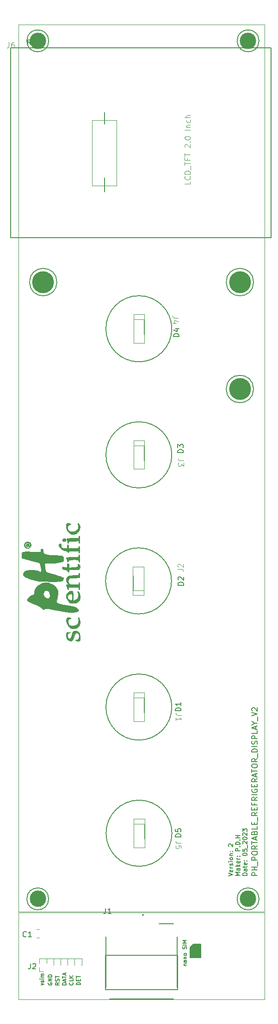
<source format=gto>
%TF.GenerationSoftware,KiCad,Pcbnew,7.0.2*%
%TF.CreationDate,2023-05-22T14:24:39+07:00*%
%TF.ProjectId,ph_portable_refrigerator_display_hw_v2,70685f70-6f72-4746-9162-6c655f726566,rev?*%
%TF.SameCoordinates,Original*%
%TF.FileFunction,Legend,Top*%
%TF.FilePolarity,Positive*%
%FSLAX46Y46*%
G04 Gerber Fmt 4.6, Leading zero omitted, Abs format (unit mm)*
G04 Created by KiCad (PCBNEW 7.0.2) date 2023-05-22 14:24:39*
%MOMM*%
%LPD*%
G01*
G04 APERTURE LIST*
%ADD10C,0.150000*%
%ADD11C,0.100000*%
%ADD12C,0.120000*%
%ADD13C,0.200000*%
%ADD14C,0.010000*%
%ADD15C,4.000000*%
%ADD16C,3.000000*%
G04 APERTURE END LIST*
D10*
X68375000Y-192225000D02*
X66375000Y-192225000D01*
X66375000Y-190325000D01*
X66950000Y-189750000D01*
X68375000Y-189750000D01*
X68375000Y-192225000D01*
G36*
X68375000Y-192225000D02*
G01*
X66375000Y-192225000D01*
X66375000Y-190325000D01*
X66950000Y-189750000D01*
X68375000Y-189750000D01*
X68375000Y-192225000D01*
G37*
X65272666Y-193658333D02*
X65739333Y-193658333D01*
X65339333Y-193658333D02*
X65306000Y-193625000D01*
X65306000Y-193625000D02*
X65272666Y-193558333D01*
X65272666Y-193558333D02*
X65272666Y-193458333D01*
X65272666Y-193458333D02*
X65306000Y-193391666D01*
X65306000Y-193391666D02*
X65372666Y-193358333D01*
X65372666Y-193358333D02*
X65739333Y-193358333D01*
X65739333Y-192725000D02*
X65372666Y-192725000D01*
X65372666Y-192725000D02*
X65306000Y-192758333D01*
X65306000Y-192758333D02*
X65272666Y-192825000D01*
X65272666Y-192825000D02*
X65272666Y-192958333D01*
X65272666Y-192958333D02*
X65306000Y-193025000D01*
X65706000Y-192725000D02*
X65739333Y-192791667D01*
X65739333Y-192791667D02*
X65739333Y-192958333D01*
X65739333Y-192958333D02*
X65706000Y-193025000D01*
X65706000Y-193025000D02*
X65639333Y-193058333D01*
X65639333Y-193058333D02*
X65572666Y-193058333D01*
X65572666Y-193058333D02*
X65506000Y-193025000D01*
X65506000Y-193025000D02*
X65472666Y-192958333D01*
X65472666Y-192958333D02*
X65472666Y-192791667D01*
X65472666Y-192791667D02*
X65439333Y-192725000D01*
X65272666Y-192391667D02*
X65739333Y-192391667D01*
X65339333Y-192391667D02*
X65306000Y-192358334D01*
X65306000Y-192358334D02*
X65272666Y-192291667D01*
X65272666Y-192291667D02*
X65272666Y-192191667D01*
X65272666Y-192191667D02*
X65306000Y-192125000D01*
X65306000Y-192125000D02*
X65372666Y-192091667D01*
X65372666Y-192091667D02*
X65739333Y-192091667D01*
X65739333Y-191658334D02*
X65706000Y-191725001D01*
X65706000Y-191725001D02*
X65672666Y-191758334D01*
X65672666Y-191758334D02*
X65606000Y-191791667D01*
X65606000Y-191791667D02*
X65406000Y-191791667D01*
X65406000Y-191791667D02*
X65339333Y-191758334D01*
X65339333Y-191758334D02*
X65306000Y-191725001D01*
X65306000Y-191725001D02*
X65272666Y-191658334D01*
X65272666Y-191658334D02*
X65272666Y-191558334D01*
X65272666Y-191558334D02*
X65306000Y-191491667D01*
X65306000Y-191491667D02*
X65339333Y-191458334D01*
X65339333Y-191458334D02*
X65406000Y-191425001D01*
X65406000Y-191425001D02*
X65606000Y-191425001D01*
X65606000Y-191425001D02*
X65672666Y-191458334D01*
X65672666Y-191458334D02*
X65706000Y-191491667D01*
X65706000Y-191491667D02*
X65739333Y-191558334D01*
X65739333Y-191558334D02*
X65739333Y-191658334D01*
X65706000Y-190625001D02*
X65739333Y-190525001D01*
X65739333Y-190525001D02*
X65739333Y-190358335D01*
X65739333Y-190358335D02*
X65706000Y-190291668D01*
X65706000Y-190291668D02*
X65672666Y-190258335D01*
X65672666Y-190258335D02*
X65606000Y-190225001D01*
X65606000Y-190225001D02*
X65539333Y-190225001D01*
X65539333Y-190225001D02*
X65472666Y-190258335D01*
X65472666Y-190258335D02*
X65439333Y-190291668D01*
X65439333Y-190291668D02*
X65406000Y-190358335D01*
X65406000Y-190358335D02*
X65372666Y-190491668D01*
X65372666Y-190491668D02*
X65339333Y-190558335D01*
X65339333Y-190558335D02*
X65306000Y-190591668D01*
X65306000Y-190591668D02*
X65239333Y-190625001D01*
X65239333Y-190625001D02*
X65172666Y-190625001D01*
X65172666Y-190625001D02*
X65106000Y-190591668D01*
X65106000Y-190591668D02*
X65072666Y-190558335D01*
X65072666Y-190558335D02*
X65039333Y-190491668D01*
X65039333Y-190491668D02*
X65039333Y-190325001D01*
X65039333Y-190325001D02*
X65072666Y-190225001D01*
X65739333Y-189925001D02*
X65039333Y-189925001D01*
X65739333Y-189591668D02*
X65039333Y-189591668D01*
X65039333Y-189591668D02*
X65539333Y-189358335D01*
X65539333Y-189358335D02*
X65039333Y-189125001D01*
X65039333Y-189125001D02*
X65739333Y-189125001D01*
X43714333Y-197183333D02*
X43014333Y-197183333D01*
X43014333Y-197183333D02*
X43014333Y-197016666D01*
X43014333Y-197016666D02*
X43047666Y-196916666D01*
X43047666Y-196916666D02*
X43114333Y-196850000D01*
X43114333Y-196850000D02*
X43181000Y-196816666D01*
X43181000Y-196816666D02*
X43314333Y-196783333D01*
X43314333Y-196783333D02*
X43414333Y-196783333D01*
X43414333Y-196783333D02*
X43547666Y-196816666D01*
X43547666Y-196816666D02*
X43614333Y-196850000D01*
X43614333Y-196850000D02*
X43681000Y-196916666D01*
X43681000Y-196916666D02*
X43714333Y-197016666D01*
X43714333Y-197016666D02*
X43714333Y-197183333D01*
X43514333Y-196516666D02*
X43514333Y-196183333D01*
X43714333Y-196583333D02*
X43014333Y-196350000D01*
X43014333Y-196350000D02*
X43714333Y-196116666D01*
X43014333Y-195983333D02*
X43014333Y-195583333D01*
X43714333Y-195783333D02*
X43014333Y-195783333D01*
X43514333Y-195383333D02*
X43514333Y-195050000D01*
X43714333Y-195450000D02*
X43014333Y-195216667D01*
X43014333Y-195216667D02*
X43714333Y-194983333D01*
X44897666Y-196783333D02*
X44931000Y-196816666D01*
X44931000Y-196816666D02*
X44964333Y-196916666D01*
X44964333Y-196916666D02*
X44964333Y-196983333D01*
X44964333Y-196983333D02*
X44931000Y-197083333D01*
X44931000Y-197083333D02*
X44864333Y-197150000D01*
X44864333Y-197150000D02*
X44797666Y-197183333D01*
X44797666Y-197183333D02*
X44664333Y-197216666D01*
X44664333Y-197216666D02*
X44564333Y-197216666D01*
X44564333Y-197216666D02*
X44431000Y-197183333D01*
X44431000Y-197183333D02*
X44364333Y-197150000D01*
X44364333Y-197150000D02*
X44297666Y-197083333D01*
X44297666Y-197083333D02*
X44264333Y-196983333D01*
X44264333Y-196983333D02*
X44264333Y-196916666D01*
X44264333Y-196916666D02*
X44297666Y-196816666D01*
X44297666Y-196816666D02*
X44331000Y-196783333D01*
X44964333Y-196150000D02*
X44964333Y-196483333D01*
X44964333Y-196483333D02*
X44264333Y-196483333D01*
X44964333Y-195916666D02*
X44264333Y-195916666D01*
X44964333Y-195516666D02*
X44564333Y-195816666D01*
X44264333Y-195516666D02*
X44664333Y-195916666D01*
X40447666Y-196816666D02*
X40414333Y-196883333D01*
X40414333Y-196883333D02*
X40414333Y-196983333D01*
X40414333Y-196983333D02*
X40447666Y-197083333D01*
X40447666Y-197083333D02*
X40514333Y-197150000D01*
X40514333Y-197150000D02*
X40581000Y-197183333D01*
X40581000Y-197183333D02*
X40714333Y-197216666D01*
X40714333Y-197216666D02*
X40814333Y-197216666D01*
X40814333Y-197216666D02*
X40947666Y-197183333D01*
X40947666Y-197183333D02*
X41014333Y-197150000D01*
X41014333Y-197150000D02*
X41081000Y-197083333D01*
X41081000Y-197083333D02*
X41114333Y-196983333D01*
X41114333Y-196983333D02*
X41114333Y-196916666D01*
X41114333Y-196916666D02*
X41081000Y-196816666D01*
X41081000Y-196816666D02*
X41047666Y-196783333D01*
X41047666Y-196783333D02*
X40814333Y-196783333D01*
X40814333Y-196783333D02*
X40814333Y-196916666D01*
X41114333Y-196483333D02*
X40414333Y-196483333D01*
X40414333Y-196483333D02*
X41114333Y-196083333D01*
X41114333Y-196083333D02*
X40414333Y-196083333D01*
X41114333Y-195750000D02*
X40414333Y-195750000D01*
X40414333Y-195750000D02*
X40414333Y-195583333D01*
X40414333Y-195583333D02*
X40447666Y-195483333D01*
X40447666Y-195483333D02*
X40514333Y-195416667D01*
X40514333Y-195416667D02*
X40581000Y-195383333D01*
X40581000Y-195383333D02*
X40714333Y-195350000D01*
X40714333Y-195350000D02*
X40814333Y-195350000D01*
X40814333Y-195350000D02*
X40947666Y-195383333D01*
X40947666Y-195383333D02*
X41014333Y-195416667D01*
X41014333Y-195416667D02*
X41081000Y-195483333D01*
X41081000Y-195483333D02*
X41114333Y-195583333D01*
X41114333Y-195583333D02*
X41114333Y-195750000D01*
X46289333Y-197158333D02*
X45589333Y-197158333D01*
X45589333Y-197158333D02*
X45589333Y-196991666D01*
X45589333Y-196991666D02*
X45622666Y-196891666D01*
X45622666Y-196891666D02*
X45689333Y-196825000D01*
X45689333Y-196825000D02*
X45756000Y-196791666D01*
X45756000Y-196791666D02*
X45889333Y-196758333D01*
X45889333Y-196758333D02*
X45989333Y-196758333D01*
X45989333Y-196758333D02*
X46122666Y-196791666D01*
X46122666Y-196791666D02*
X46189333Y-196825000D01*
X46189333Y-196825000D02*
X46256000Y-196891666D01*
X46256000Y-196891666D02*
X46289333Y-196991666D01*
X46289333Y-196991666D02*
X46289333Y-197158333D01*
X45922666Y-196458333D02*
X45922666Y-196225000D01*
X46289333Y-196125000D02*
X46289333Y-196458333D01*
X46289333Y-196458333D02*
X45589333Y-196458333D01*
X45589333Y-196458333D02*
X45589333Y-196125000D01*
X45589333Y-195925000D02*
X45589333Y-195525000D01*
X46289333Y-195725000D02*
X45589333Y-195725000D01*
X42439333Y-196783333D02*
X42106000Y-197016666D01*
X42439333Y-197183333D02*
X41739333Y-197183333D01*
X41739333Y-197183333D02*
X41739333Y-196916666D01*
X41739333Y-196916666D02*
X41772666Y-196850000D01*
X41772666Y-196850000D02*
X41806000Y-196816666D01*
X41806000Y-196816666D02*
X41872666Y-196783333D01*
X41872666Y-196783333D02*
X41972666Y-196783333D01*
X41972666Y-196783333D02*
X42039333Y-196816666D01*
X42039333Y-196816666D02*
X42072666Y-196850000D01*
X42072666Y-196850000D02*
X42106000Y-196916666D01*
X42106000Y-196916666D02*
X42106000Y-197183333D01*
X42406000Y-196516666D02*
X42439333Y-196416666D01*
X42439333Y-196416666D02*
X42439333Y-196250000D01*
X42439333Y-196250000D02*
X42406000Y-196183333D01*
X42406000Y-196183333D02*
X42372666Y-196150000D01*
X42372666Y-196150000D02*
X42306000Y-196116666D01*
X42306000Y-196116666D02*
X42239333Y-196116666D01*
X42239333Y-196116666D02*
X42172666Y-196150000D01*
X42172666Y-196150000D02*
X42139333Y-196183333D01*
X42139333Y-196183333D02*
X42106000Y-196250000D01*
X42106000Y-196250000D02*
X42072666Y-196383333D01*
X42072666Y-196383333D02*
X42039333Y-196450000D01*
X42039333Y-196450000D02*
X42006000Y-196483333D01*
X42006000Y-196483333D02*
X41939333Y-196516666D01*
X41939333Y-196516666D02*
X41872666Y-196516666D01*
X41872666Y-196516666D02*
X41806000Y-196483333D01*
X41806000Y-196483333D02*
X41772666Y-196450000D01*
X41772666Y-196450000D02*
X41739333Y-196383333D01*
X41739333Y-196383333D02*
X41739333Y-196216666D01*
X41739333Y-196216666D02*
X41772666Y-196116666D01*
X41739333Y-195916666D02*
X41739333Y-195516666D01*
X42439333Y-195716666D02*
X41739333Y-195716666D01*
X39147666Y-197250000D02*
X39614333Y-197083333D01*
X39614333Y-197083333D02*
X39147666Y-196916666D01*
X39581000Y-196683333D02*
X39614333Y-196616667D01*
X39614333Y-196616667D02*
X39614333Y-196483333D01*
X39614333Y-196483333D02*
X39581000Y-196416667D01*
X39581000Y-196416667D02*
X39514333Y-196383333D01*
X39514333Y-196383333D02*
X39481000Y-196383333D01*
X39481000Y-196383333D02*
X39414333Y-196416667D01*
X39414333Y-196416667D02*
X39381000Y-196483333D01*
X39381000Y-196483333D02*
X39381000Y-196583333D01*
X39381000Y-196583333D02*
X39347666Y-196650000D01*
X39347666Y-196650000D02*
X39281000Y-196683333D01*
X39281000Y-196683333D02*
X39247666Y-196683333D01*
X39247666Y-196683333D02*
X39181000Y-196650000D01*
X39181000Y-196650000D02*
X39147666Y-196583333D01*
X39147666Y-196583333D02*
X39147666Y-196483333D01*
X39147666Y-196483333D02*
X39181000Y-196416667D01*
X39614333Y-196083333D02*
X39147666Y-196083333D01*
X38914333Y-196083333D02*
X38947666Y-196116666D01*
X38947666Y-196116666D02*
X38981000Y-196083333D01*
X38981000Y-196083333D02*
X38947666Y-196050000D01*
X38947666Y-196050000D02*
X38914333Y-196083333D01*
X38914333Y-196083333D02*
X38981000Y-196083333D01*
X39614333Y-195750000D02*
X39147666Y-195750000D01*
X39214333Y-195750000D02*
X39181000Y-195716667D01*
X39181000Y-195716667D02*
X39147666Y-195650000D01*
X39147666Y-195650000D02*
X39147666Y-195550000D01*
X39147666Y-195550000D02*
X39181000Y-195483333D01*
X39181000Y-195483333D02*
X39247666Y-195450000D01*
X39247666Y-195450000D02*
X39614333Y-195450000D01*
X39247666Y-195450000D02*
X39181000Y-195416667D01*
X39181000Y-195416667D02*
X39147666Y-195350000D01*
X39147666Y-195350000D02*
X39147666Y-195250000D01*
X39147666Y-195250000D02*
X39181000Y-195183333D01*
X39181000Y-195183333D02*
X39247666Y-195150000D01*
X39247666Y-195150000D02*
X39614333Y-195150000D01*
D11*
X35000000Y-184025000D02*
X80000000Y-184025000D01*
X80000000Y-199825000D01*
X35000000Y-199825000D01*
X35000000Y-184025000D01*
D10*
X50890000Y-191825000D02*
X64070000Y-191825000D01*
X64070000Y-198025000D01*
X50890000Y-198025000D01*
X50890000Y-191825000D01*
D11*
X35000000Y-22000000D02*
X80000000Y-22000000D01*
X80000000Y-183850000D01*
X35000000Y-183850000D01*
X35000000Y-22000000D01*
D10*
X50700000Y-38025000D02*
X50700000Y-40175000D01*
X50700000Y-52475000D02*
X50700000Y-49950000D01*
X73410095Y-177323809D02*
X74210095Y-177057142D01*
X74210095Y-177057142D02*
X73410095Y-176790476D01*
X74172000Y-176219047D02*
X74210095Y-176295238D01*
X74210095Y-176295238D02*
X74210095Y-176447619D01*
X74210095Y-176447619D02*
X74172000Y-176523809D01*
X74172000Y-176523809D02*
X74095809Y-176561905D01*
X74095809Y-176561905D02*
X73791047Y-176561905D01*
X73791047Y-176561905D02*
X73714857Y-176523809D01*
X73714857Y-176523809D02*
X73676761Y-176447619D01*
X73676761Y-176447619D02*
X73676761Y-176295238D01*
X73676761Y-176295238D02*
X73714857Y-176219047D01*
X73714857Y-176219047D02*
X73791047Y-176180952D01*
X73791047Y-176180952D02*
X73867238Y-176180952D01*
X73867238Y-176180952D02*
X73943428Y-176561905D01*
X74210095Y-175838095D02*
X73676761Y-175838095D01*
X73829142Y-175838095D02*
X73752952Y-175800000D01*
X73752952Y-175800000D02*
X73714857Y-175761905D01*
X73714857Y-175761905D02*
X73676761Y-175685714D01*
X73676761Y-175685714D02*
X73676761Y-175609524D01*
X74172000Y-175380953D02*
X74210095Y-175304762D01*
X74210095Y-175304762D02*
X74210095Y-175152381D01*
X74210095Y-175152381D02*
X74172000Y-175076191D01*
X74172000Y-175076191D02*
X74095809Y-175038095D01*
X74095809Y-175038095D02*
X74057714Y-175038095D01*
X74057714Y-175038095D02*
X73981523Y-175076191D01*
X73981523Y-175076191D02*
X73943428Y-175152381D01*
X73943428Y-175152381D02*
X73943428Y-175266667D01*
X73943428Y-175266667D02*
X73905333Y-175342857D01*
X73905333Y-175342857D02*
X73829142Y-175380953D01*
X73829142Y-175380953D02*
X73791047Y-175380953D01*
X73791047Y-175380953D02*
X73714857Y-175342857D01*
X73714857Y-175342857D02*
X73676761Y-175266667D01*
X73676761Y-175266667D02*
X73676761Y-175152381D01*
X73676761Y-175152381D02*
X73714857Y-175076191D01*
X74210095Y-174695238D02*
X73676761Y-174695238D01*
X73410095Y-174695238D02*
X73448190Y-174733334D01*
X73448190Y-174733334D02*
X73486285Y-174695238D01*
X73486285Y-174695238D02*
X73448190Y-174657143D01*
X73448190Y-174657143D02*
X73410095Y-174695238D01*
X73410095Y-174695238D02*
X73486285Y-174695238D01*
X74210095Y-174200001D02*
X74172000Y-174276191D01*
X74172000Y-174276191D02*
X74133904Y-174314286D01*
X74133904Y-174314286D02*
X74057714Y-174352382D01*
X74057714Y-174352382D02*
X73829142Y-174352382D01*
X73829142Y-174352382D02*
X73752952Y-174314286D01*
X73752952Y-174314286D02*
X73714857Y-174276191D01*
X73714857Y-174276191D02*
X73676761Y-174200001D01*
X73676761Y-174200001D02*
X73676761Y-174085715D01*
X73676761Y-174085715D02*
X73714857Y-174009524D01*
X73714857Y-174009524D02*
X73752952Y-173971429D01*
X73752952Y-173971429D02*
X73829142Y-173933334D01*
X73829142Y-173933334D02*
X74057714Y-173933334D01*
X74057714Y-173933334D02*
X74133904Y-173971429D01*
X74133904Y-173971429D02*
X74172000Y-174009524D01*
X74172000Y-174009524D02*
X74210095Y-174085715D01*
X74210095Y-174085715D02*
X74210095Y-174200001D01*
X73676761Y-173590476D02*
X74210095Y-173590476D01*
X73752952Y-173590476D02*
X73714857Y-173552381D01*
X73714857Y-173552381D02*
X73676761Y-173476191D01*
X73676761Y-173476191D02*
X73676761Y-173361905D01*
X73676761Y-173361905D02*
X73714857Y-173285714D01*
X73714857Y-173285714D02*
X73791047Y-173247619D01*
X73791047Y-173247619D02*
X74210095Y-173247619D01*
X74133904Y-172866666D02*
X74172000Y-172828571D01*
X74172000Y-172828571D02*
X74210095Y-172866666D01*
X74210095Y-172866666D02*
X74172000Y-172904762D01*
X74172000Y-172904762D02*
X74133904Y-172866666D01*
X74133904Y-172866666D02*
X74210095Y-172866666D01*
X73714857Y-172866666D02*
X73752952Y-172828571D01*
X73752952Y-172828571D02*
X73791047Y-172866666D01*
X73791047Y-172866666D02*
X73752952Y-172904762D01*
X73752952Y-172904762D02*
X73714857Y-172866666D01*
X73714857Y-172866666D02*
X73791047Y-172866666D01*
X73486285Y-171914286D02*
X73448190Y-171876190D01*
X73448190Y-171876190D02*
X73410095Y-171800000D01*
X73410095Y-171800000D02*
X73410095Y-171609524D01*
X73410095Y-171609524D02*
X73448190Y-171533333D01*
X73448190Y-171533333D02*
X73486285Y-171495238D01*
X73486285Y-171495238D02*
X73562476Y-171457143D01*
X73562476Y-171457143D02*
X73638666Y-171457143D01*
X73638666Y-171457143D02*
X73752952Y-171495238D01*
X73752952Y-171495238D02*
X74210095Y-171952381D01*
X74210095Y-171952381D02*
X74210095Y-171457143D01*
X75506095Y-177209523D02*
X74706095Y-177209523D01*
X74706095Y-177209523D02*
X75277523Y-176942857D01*
X75277523Y-176942857D02*
X74706095Y-176676190D01*
X74706095Y-176676190D02*
X75506095Y-176676190D01*
X75506095Y-175952380D02*
X75087047Y-175952380D01*
X75087047Y-175952380D02*
X75010857Y-175990475D01*
X75010857Y-175990475D02*
X74972761Y-176066666D01*
X74972761Y-176066666D02*
X74972761Y-176219047D01*
X74972761Y-176219047D02*
X75010857Y-176295237D01*
X75468000Y-175952380D02*
X75506095Y-176028571D01*
X75506095Y-176028571D02*
X75506095Y-176219047D01*
X75506095Y-176219047D02*
X75468000Y-176295237D01*
X75468000Y-176295237D02*
X75391809Y-176333333D01*
X75391809Y-176333333D02*
X75315619Y-176333333D01*
X75315619Y-176333333D02*
X75239428Y-176295237D01*
X75239428Y-176295237D02*
X75201333Y-176219047D01*
X75201333Y-176219047D02*
X75201333Y-176028571D01*
X75201333Y-176028571D02*
X75163238Y-175952380D01*
X75506095Y-175571427D02*
X74706095Y-175571427D01*
X75201333Y-175495237D02*
X75506095Y-175266665D01*
X74972761Y-175266665D02*
X75277523Y-175571427D01*
X75468000Y-174619046D02*
X75506095Y-174695237D01*
X75506095Y-174695237D02*
X75506095Y-174847618D01*
X75506095Y-174847618D02*
X75468000Y-174923808D01*
X75468000Y-174923808D02*
X75391809Y-174961904D01*
X75391809Y-174961904D02*
X75087047Y-174961904D01*
X75087047Y-174961904D02*
X75010857Y-174923808D01*
X75010857Y-174923808D02*
X74972761Y-174847618D01*
X74972761Y-174847618D02*
X74972761Y-174695237D01*
X74972761Y-174695237D02*
X75010857Y-174619046D01*
X75010857Y-174619046D02*
X75087047Y-174580951D01*
X75087047Y-174580951D02*
X75163238Y-174580951D01*
X75163238Y-174580951D02*
X75239428Y-174961904D01*
X75506095Y-174238094D02*
X74972761Y-174238094D01*
X75125142Y-174238094D02*
X75048952Y-174199999D01*
X75048952Y-174199999D02*
X75010857Y-174161904D01*
X75010857Y-174161904D02*
X74972761Y-174085713D01*
X74972761Y-174085713D02*
X74972761Y-174009523D01*
X75429904Y-173742856D02*
X75468000Y-173704761D01*
X75468000Y-173704761D02*
X75506095Y-173742856D01*
X75506095Y-173742856D02*
X75468000Y-173780952D01*
X75468000Y-173780952D02*
X75429904Y-173742856D01*
X75429904Y-173742856D02*
X75506095Y-173742856D01*
X75010857Y-173742856D02*
X75048952Y-173704761D01*
X75048952Y-173704761D02*
X75087047Y-173742856D01*
X75087047Y-173742856D02*
X75048952Y-173780952D01*
X75048952Y-173780952D02*
X75010857Y-173742856D01*
X75010857Y-173742856D02*
X75087047Y-173742856D01*
X75506095Y-172752380D02*
X74706095Y-172752380D01*
X74706095Y-172752380D02*
X74706095Y-172447618D01*
X74706095Y-172447618D02*
X74744190Y-172371428D01*
X74744190Y-172371428D02*
X74782285Y-172333333D01*
X74782285Y-172333333D02*
X74858476Y-172295237D01*
X74858476Y-172295237D02*
X74972761Y-172295237D01*
X74972761Y-172295237D02*
X75048952Y-172333333D01*
X75048952Y-172333333D02*
X75087047Y-172371428D01*
X75087047Y-172371428D02*
X75125142Y-172447618D01*
X75125142Y-172447618D02*
X75125142Y-172752380D01*
X75429904Y-171952380D02*
X75468000Y-171914285D01*
X75468000Y-171914285D02*
X75506095Y-171952380D01*
X75506095Y-171952380D02*
X75468000Y-171990476D01*
X75468000Y-171990476D02*
X75429904Y-171952380D01*
X75429904Y-171952380D02*
X75506095Y-171952380D01*
X75506095Y-171571428D02*
X74706095Y-171571428D01*
X74706095Y-171571428D02*
X74706095Y-171380952D01*
X74706095Y-171380952D02*
X74744190Y-171266666D01*
X74744190Y-171266666D02*
X74820380Y-171190476D01*
X74820380Y-171190476D02*
X74896571Y-171152381D01*
X74896571Y-171152381D02*
X75048952Y-171114285D01*
X75048952Y-171114285D02*
X75163238Y-171114285D01*
X75163238Y-171114285D02*
X75315619Y-171152381D01*
X75315619Y-171152381D02*
X75391809Y-171190476D01*
X75391809Y-171190476D02*
X75468000Y-171266666D01*
X75468000Y-171266666D02*
X75506095Y-171380952D01*
X75506095Y-171380952D02*
X75506095Y-171571428D01*
X75429904Y-170771428D02*
X75468000Y-170733333D01*
X75468000Y-170733333D02*
X75506095Y-170771428D01*
X75506095Y-170771428D02*
X75468000Y-170809524D01*
X75468000Y-170809524D02*
X75429904Y-170771428D01*
X75429904Y-170771428D02*
X75506095Y-170771428D01*
X75506095Y-170390476D02*
X74706095Y-170390476D01*
X75087047Y-170390476D02*
X75087047Y-169933333D01*
X75506095Y-169933333D02*
X74706095Y-169933333D01*
X76802095Y-177209523D02*
X76002095Y-177209523D01*
X76002095Y-177209523D02*
X76002095Y-177019047D01*
X76002095Y-177019047D02*
X76040190Y-176904761D01*
X76040190Y-176904761D02*
X76116380Y-176828571D01*
X76116380Y-176828571D02*
X76192571Y-176790476D01*
X76192571Y-176790476D02*
X76344952Y-176752380D01*
X76344952Y-176752380D02*
X76459238Y-176752380D01*
X76459238Y-176752380D02*
X76611619Y-176790476D01*
X76611619Y-176790476D02*
X76687809Y-176828571D01*
X76687809Y-176828571D02*
X76764000Y-176904761D01*
X76764000Y-176904761D02*
X76802095Y-177019047D01*
X76802095Y-177019047D02*
X76802095Y-177209523D01*
X76802095Y-176066666D02*
X76383047Y-176066666D01*
X76383047Y-176066666D02*
X76306857Y-176104761D01*
X76306857Y-176104761D02*
X76268761Y-176180952D01*
X76268761Y-176180952D02*
X76268761Y-176333333D01*
X76268761Y-176333333D02*
X76306857Y-176409523D01*
X76764000Y-176066666D02*
X76802095Y-176142857D01*
X76802095Y-176142857D02*
X76802095Y-176333333D01*
X76802095Y-176333333D02*
X76764000Y-176409523D01*
X76764000Y-176409523D02*
X76687809Y-176447619D01*
X76687809Y-176447619D02*
X76611619Y-176447619D01*
X76611619Y-176447619D02*
X76535428Y-176409523D01*
X76535428Y-176409523D02*
X76497333Y-176333333D01*
X76497333Y-176333333D02*
X76497333Y-176142857D01*
X76497333Y-176142857D02*
X76459238Y-176066666D01*
X76268761Y-175799999D02*
X76268761Y-175495237D01*
X76002095Y-175685713D02*
X76687809Y-175685713D01*
X76687809Y-175685713D02*
X76764000Y-175647618D01*
X76764000Y-175647618D02*
X76802095Y-175571428D01*
X76802095Y-175571428D02*
X76802095Y-175495237D01*
X76764000Y-174923808D02*
X76802095Y-174999999D01*
X76802095Y-174999999D02*
X76802095Y-175152380D01*
X76802095Y-175152380D02*
X76764000Y-175228570D01*
X76764000Y-175228570D02*
X76687809Y-175266666D01*
X76687809Y-175266666D02*
X76383047Y-175266666D01*
X76383047Y-175266666D02*
X76306857Y-175228570D01*
X76306857Y-175228570D02*
X76268761Y-175152380D01*
X76268761Y-175152380D02*
X76268761Y-174999999D01*
X76268761Y-174999999D02*
X76306857Y-174923808D01*
X76306857Y-174923808D02*
X76383047Y-174885713D01*
X76383047Y-174885713D02*
X76459238Y-174885713D01*
X76459238Y-174885713D02*
X76535428Y-175266666D01*
X76725904Y-174542856D02*
X76764000Y-174504761D01*
X76764000Y-174504761D02*
X76802095Y-174542856D01*
X76802095Y-174542856D02*
X76764000Y-174580952D01*
X76764000Y-174580952D02*
X76725904Y-174542856D01*
X76725904Y-174542856D02*
X76802095Y-174542856D01*
X76306857Y-174542856D02*
X76344952Y-174504761D01*
X76344952Y-174504761D02*
X76383047Y-174542856D01*
X76383047Y-174542856D02*
X76344952Y-174580952D01*
X76344952Y-174580952D02*
X76306857Y-174542856D01*
X76306857Y-174542856D02*
X76383047Y-174542856D01*
X76002095Y-173399999D02*
X76002095Y-173323809D01*
X76002095Y-173323809D02*
X76040190Y-173247618D01*
X76040190Y-173247618D02*
X76078285Y-173209523D01*
X76078285Y-173209523D02*
X76154476Y-173171428D01*
X76154476Y-173171428D02*
X76306857Y-173133333D01*
X76306857Y-173133333D02*
X76497333Y-173133333D01*
X76497333Y-173133333D02*
X76649714Y-173171428D01*
X76649714Y-173171428D02*
X76725904Y-173209523D01*
X76725904Y-173209523D02*
X76764000Y-173247618D01*
X76764000Y-173247618D02*
X76802095Y-173323809D01*
X76802095Y-173323809D02*
X76802095Y-173399999D01*
X76802095Y-173399999D02*
X76764000Y-173476190D01*
X76764000Y-173476190D02*
X76725904Y-173514285D01*
X76725904Y-173514285D02*
X76649714Y-173552380D01*
X76649714Y-173552380D02*
X76497333Y-173590476D01*
X76497333Y-173590476D02*
X76306857Y-173590476D01*
X76306857Y-173590476D02*
X76154476Y-173552380D01*
X76154476Y-173552380D02*
X76078285Y-173514285D01*
X76078285Y-173514285D02*
X76040190Y-173476190D01*
X76040190Y-173476190D02*
X76002095Y-173399999D01*
X76002095Y-172409523D02*
X76002095Y-172790475D01*
X76002095Y-172790475D02*
X76383047Y-172828571D01*
X76383047Y-172828571D02*
X76344952Y-172790475D01*
X76344952Y-172790475D02*
X76306857Y-172714285D01*
X76306857Y-172714285D02*
X76306857Y-172523809D01*
X76306857Y-172523809D02*
X76344952Y-172447618D01*
X76344952Y-172447618D02*
X76383047Y-172409523D01*
X76383047Y-172409523D02*
X76459238Y-172371428D01*
X76459238Y-172371428D02*
X76649714Y-172371428D01*
X76649714Y-172371428D02*
X76725904Y-172409523D01*
X76725904Y-172409523D02*
X76764000Y-172447618D01*
X76764000Y-172447618D02*
X76802095Y-172523809D01*
X76802095Y-172523809D02*
X76802095Y-172714285D01*
X76802095Y-172714285D02*
X76764000Y-172790475D01*
X76764000Y-172790475D02*
X76725904Y-172828571D01*
X76878285Y-172219047D02*
X76878285Y-171609523D01*
X76078285Y-171457142D02*
X76040190Y-171419046D01*
X76040190Y-171419046D02*
X76002095Y-171342856D01*
X76002095Y-171342856D02*
X76002095Y-171152380D01*
X76002095Y-171152380D02*
X76040190Y-171076189D01*
X76040190Y-171076189D02*
X76078285Y-171038094D01*
X76078285Y-171038094D02*
X76154476Y-170999999D01*
X76154476Y-170999999D02*
X76230666Y-170999999D01*
X76230666Y-170999999D02*
X76344952Y-171038094D01*
X76344952Y-171038094D02*
X76802095Y-171495237D01*
X76802095Y-171495237D02*
X76802095Y-170999999D01*
X76002095Y-170504760D02*
X76002095Y-170428570D01*
X76002095Y-170428570D02*
X76040190Y-170352379D01*
X76040190Y-170352379D02*
X76078285Y-170314284D01*
X76078285Y-170314284D02*
X76154476Y-170276189D01*
X76154476Y-170276189D02*
X76306857Y-170238094D01*
X76306857Y-170238094D02*
X76497333Y-170238094D01*
X76497333Y-170238094D02*
X76649714Y-170276189D01*
X76649714Y-170276189D02*
X76725904Y-170314284D01*
X76725904Y-170314284D02*
X76764000Y-170352379D01*
X76764000Y-170352379D02*
X76802095Y-170428570D01*
X76802095Y-170428570D02*
X76802095Y-170504760D01*
X76802095Y-170504760D02*
X76764000Y-170580951D01*
X76764000Y-170580951D02*
X76725904Y-170619046D01*
X76725904Y-170619046D02*
X76649714Y-170657141D01*
X76649714Y-170657141D02*
X76497333Y-170695237D01*
X76497333Y-170695237D02*
X76306857Y-170695237D01*
X76306857Y-170695237D02*
X76154476Y-170657141D01*
X76154476Y-170657141D02*
X76078285Y-170619046D01*
X76078285Y-170619046D02*
X76040190Y-170580951D01*
X76040190Y-170580951D02*
X76002095Y-170504760D01*
X76078285Y-169933332D02*
X76040190Y-169895236D01*
X76040190Y-169895236D02*
X76002095Y-169819046D01*
X76002095Y-169819046D02*
X76002095Y-169628570D01*
X76002095Y-169628570D02*
X76040190Y-169552379D01*
X76040190Y-169552379D02*
X76078285Y-169514284D01*
X76078285Y-169514284D02*
X76154476Y-169476189D01*
X76154476Y-169476189D02*
X76230666Y-169476189D01*
X76230666Y-169476189D02*
X76344952Y-169514284D01*
X76344952Y-169514284D02*
X76802095Y-169971427D01*
X76802095Y-169971427D02*
X76802095Y-169476189D01*
X76002095Y-169209522D02*
X76002095Y-168714284D01*
X76002095Y-168714284D02*
X76306857Y-168980950D01*
X76306857Y-168980950D02*
X76306857Y-168866665D01*
X76306857Y-168866665D02*
X76344952Y-168790474D01*
X76344952Y-168790474D02*
X76383047Y-168752379D01*
X76383047Y-168752379D02*
X76459238Y-168714284D01*
X76459238Y-168714284D02*
X76649714Y-168714284D01*
X76649714Y-168714284D02*
X76725904Y-168752379D01*
X76725904Y-168752379D02*
X76764000Y-168790474D01*
X76764000Y-168790474D02*
X76802095Y-168866665D01*
X76802095Y-168866665D02*
X76802095Y-169095236D01*
X76802095Y-169095236D02*
X76764000Y-169171427D01*
X76764000Y-169171427D02*
X76725904Y-169209522D01*
X78687619Y-177235714D02*
X77687619Y-177235714D01*
X77687619Y-177235714D02*
X77687619Y-176854762D01*
X77687619Y-176854762D02*
X77735238Y-176759524D01*
X77735238Y-176759524D02*
X77782857Y-176711905D01*
X77782857Y-176711905D02*
X77878095Y-176664286D01*
X77878095Y-176664286D02*
X78020952Y-176664286D01*
X78020952Y-176664286D02*
X78116190Y-176711905D01*
X78116190Y-176711905D02*
X78163809Y-176759524D01*
X78163809Y-176759524D02*
X78211428Y-176854762D01*
X78211428Y-176854762D02*
X78211428Y-177235714D01*
X78687619Y-176235714D02*
X77687619Y-176235714D01*
X78163809Y-176235714D02*
X78163809Y-175664286D01*
X78687619Y-175664286D02*
X77687619Y-175664286D01*
X78782857Y-175426191D02*
X78782857Y-174664286D01*
X78687619Y-174426190D02*
X77687619Y-174426190D01*
X77687619Y-174426190D02*
X77687619Y-174045238D01*
X77687619Y-174045238D02*
X77735238Y-173950000D01*
X77735238Y-173950000D02*
X77782857Y-173902381D01*
X77782857Y-173902381D02*
X77878095Y-173854762D01*
X77878095Y-173854762D02*
X78020952Y-173854762D01*
X78020952Y-173854762D02*
X78116190Y-173902381D01*
X78116190Y-173902381D02*
X78163809Y-173950000D01*
X78163809Y-173950000D02*
X78211428Y-174045238D01*
X78211428Y-174045238D02*
X78211428Y-174426190D01*
X77687619Y-173235714D02*
X77687619Y-173045238D01*
X77687619Y-173045238D02*
X77735238Y-172950000D01*
X77735238Y-172950000D02*
X77830476Y-172854762D01*
X77830476Y-172854762D02*
X78020952Y-172807143D01*
X78020952Y-172807143D02*
X78354285Y-172807143D01*
X78354285Y-172807143D02*
X78544761Y-172854762D01*
X78544761Y-172854762D02*
X78640000Y-172950000D01*
X78640000Y-172950000D02*
X78687619Y-173045238D01*
X78687619Y-173045238D02*
X78687619Y-173235714D01*
X78687619Y-173235714D02*
X78640000Y-173330952D01*
X78640000Y-173330952D02*
X78544761Y-173426190D01*
X78544761Y-173426190D02*
X78354285Y-173473809D01*
X78354285Y-173473809D02*
X78020952Y-173473809D01*
X78020952Y-173473809D02*
X77830476Y-173426190D01*
X77830476Y-173426190D02*
X77735238Y-173330952D01*
X77735238Y-173330952D02*
X77687619Y-173235714D01*
X78687619Y-171807143D02*
X78211428Y-172140476D01*
X78687619Y-172378571D02*
X77687619Y-172378571D01*
X77687619Y-172378571D02*
X77687619Y-171997619D01*
X77687619Y-171997619D02*
X77735238Y-171902381D01*
X77735238Y-171902381D02*
X77782857Y-171854762D01*
X77782857Y-171854762D02*
X77878095Y-171807143D01*
X77878095Y-171807143D02*
X78020952Y-171807143D01*
X78020952Y-171807143D02*
X78116190Y-171854762D01*
X78116190Y-171854762D02*
X78163809Y-171902381D01*
X78163809Y-171902381D02*
X78211428Y-171997619D01*
X78211428Y-171997619D02*
X78211428Y-172378571D01*
X77687619Y-171521428D02*
X77687619Y-170950000D01*
X78687619Y-171235714D02*
X77687619Y-171235714D01*
X78401904Y-170664285D02*
X78401904Y-170188095D01*
X78687619Y-170759523D02*
X77687619Y-170426190D01*
X77687619Y-170426190D02*
X78687619Y-170092857D01*
X78163809Y-169426190D02*
X78211428Y-169283333D01*
X78211428Y-169283333D02*
X78259047Y-169235714D01*
X78259047Y-169235714D02*
X78354285Y-169188095D01*
X78354285Y-169188095D02*
X78497142Y-169188095D01*
X78497142Y-169188095D02*
X78592380Y-169235714D01*
X78592380Y-169235714D02*
X78640000Y-169283333D01*
X78640000Y-169283333D02*
X78687619Y-169378571D01*
X78687619Y-169378571D02*
X78687619Y-169759523D01*
X78687619Y-169759523D02*
X77687619Y-169759523D01*
X77687619Y-169759523D02*
X77687619Y-169426190D01*
X77687619Y-169426190D02*
X77735238Y-169330952D01*
X77735238Y-169330952D02*
X77782857Y-169283333D01*
X77782857Y-169283333D02*
X77878095Y-169235714D01*
X77878095Y-169235714D02*
X77973333Y-169235714D01*
X77973333Y-169235714D02*
X78068571Y-169283333D01*
X78068571Y-169283333D02*
X78116190Y-169330952D01*
X78116190Y-169330952D02*
X78163809Y-169426190D01*
X78163809Y-169426190D02*
X78163809Y-169759523D01*
X78687619Y-168283333D02*
X78687619Y-168759523D01*
X78687619Y-168759523D02*
X77687619Y-168759523D01*
X78163809Y-167949999D02*
X78163809Y-167616666D01*
X78687619Y-167473809D02*
X78687619Y-167949999D01*
X78687619Y-167949999D02*
X77687619Y-167949999D01*
X77687619Y-167949999D02*
X77687619Y-167473809D01*
X78782857Y-167283333D02*
X78782857Y-166521428D01*
X78687619Y-165711904D02*
X78211428Y-166045237D01*
X78687619Y-166283332D02*
X77687619Y-166283332D01*
X77687619Y-166283332D02*
X77687619Y-165902380D01*
X77687619Y-165902380D02*
X77735238Y-165807142D01*
X77735238Y-165807142D02*
X77782857Y-165759523D01*
X77782857Y-165759523D02*
X77878095Y-165711904D01*
X77878095Y-165711904D02*
X78020952Y-165711904D01*
X78020952Y-165711904D02*
X78116190Y-165759523D01*
X78116190Y-165759523D02*
X78163809Y-165807142D01*
X78163809Y-165807142D02*
X78211428Y-165902380D01*
X78211428Y-165902380D02*
X78211428Y-166283332D01*
X78163809Y-165283332D02*
X78163809Y-164949999D01*
X78687619Y-164807142D02*
X78687619Y-165283332D01*
X78687619Y-165283332D02*
X77687619Y-165283332D01*
X77687619Y-165283332D02*
X77687619Y-164807142D01*
X78163809Y-164045237D02*
X78163809Y-164378570D01*
X78687619Y-164378570D02*
X77687619Y-164378570D01*
X77687619Y-164378570D02*
X77687619Y-163902380D01*
X78687619Y-162949999D02*
X78211428Y-163283332D01*
X78687619Y-163521427D02*
X77687619Y-163521427D01*
X77687619Y-163521427D02*
X77687619Y-163140475D01*
X77687619Y-163140475D02*
X77735238Y-163045237D01*
X77735238Y-163045237D02*
X77782857Y-162997618D01*
X77782857Y-162997618D02*
X77878095Y-162949999D01*
X77878095Y-162949999D02*
X78020952Y-162949999D01*
X78020952Y-162949999D02*
X78116190Y-162997618D01*
X78116190Y-162997618D02*
X78163809Y-163045237D01*
X78163809Y-163045237D02*
X78211428Y-163140475D01*
X78211428Y-163140475D02*
X78211428Y-163521427D01*
X78687619Y-162521427D02*
X77687619Y-162521427D01*
X77735238Y-161521428D02*
X77687619Y-161616666D01*
X77687619Y-161616666D02*
X77687619Y-161759523D01*
X77687619Y-161759523D02*
X77735238Y-161902380D01*
X77735238Y-161902380D02*
X77830476Y-161997618D01*
X77830476Y-161997618D02*
X77925714Y-162045237D01*
X77925714Y-162045237D02*
X78116190Y-162092856D01*
X78116190Y-162092856D02*
X78259047Y-162092856D01*
X78259047Y-162092856D02*
X78449523Y-162045237D01*
X78449523Y-162045237D02*
X78544761Y-161997618D01*
X78544761Y-161997618D02*
X78640000Y-161902380D01*
X78640000Y-161902380D02*
X78687619Y-161759523D01*
X78687619Y-161759523D02*
X78687619Y-161664285D01*
X78687619Y-161664285D02*
X78640000Y-161521428D01*
X78640000Y-161521428D02*
X78592380Y-161473809D01*
X78592380Y-161473809D02*
X78259047Y-161473809D01*
X78259047Y-161473809D02*
X78259047Y-161664285D01*
X78163809Y-161045237D02*
X78163809Y-160711904D01*
X78687619Y-160569047D02*
X78687619Y-161045237D01*
X78687619Y-161045237D02*
X77687619Y-161045237D01*
X77687619Y-161045237D02*
X77687619Y-160569047D01*
X78687619Y-159569047D02*
X78211428Y-159902380D01*
X78687619Y-160140475D02*
X77687619Y-160140475D01*
X77687619Y-160140475D02*
X77687619Y-159759523D01*
X77687619Y-159759523D02*
X77735238Y-159664285D01*
X77735238Y-159664285D02*
X77782857Y-159616666D01*
X77782857Y-159616666D02*
X77878095Y-159569047D01*
X77878095Y-159569047D02*
X78020952Y-159569047D01*
X78020952Y-159569047D02*
X78116190Y-159616666D01*
X78116190Y-159616666D02*
X78163809Y-159664285D01*
X78163809Y-159664285D02*
X78211428Y-159759523D01*
X78211428Y-159759523D02*
X78211428Y-160140475D01*
X78401904Y-159188094D02*
X78401904Y-158711904D01*
X78687619Y-159283332D02*
X77687619Y-158949999D01*
X77687619Y-158949999D02*
X78687619Y-158616666D01*
X77687619Y-158426189D02*
X77687619Y-157854761D01*
X78687619Y-158140475D02*
X77687619Y-158140475D01*
X77687619Y-157330951D02*
X77687619Y-157140475D01*
X77687619Y-157140475D02*
X77735238Y-157045237D01*
X77735238Y-157045237D02*
X77830476Y-156949999D01*
X77830476Y-156949999D02*
X78020952Y-156902380D01*
X78020952Y-156902380D02*
X78354285Y-156902380D01*
X78354285Y-156902380D02*
X78544761Y-156949999D01*
X78544761Y-156949999D02*
X78640000Y-157045237D01*
X78640000Y-157045237D02*
X78687619Y-157140475D01*
X78687619Y-157140475D02*
X78687619Y-157330951D01*
X78687619Y-157330951D02*
X78640000Y-157426189D01*
X78640000Y-157426189D02*
X78544761Y-157521427D01*
X78544761Y-157521427D02*
X78354285Y-157569046D01*
X78354285Y-157569046D02*
X78020952Y-157569046D01*
X78020952Y-157569046D02*
X77830476Y-157521427D01*
X77830476Y-157521427D02*
X77735238Y-157426189D01*
X77735238Y-157426189D02*
X77687619Y-157330951D01*
X78687619Y-155902380D02*
X78211428Y-156235713D01*
X78687619Y-156473808D02*
X77687619Y-156473808D01*
X77687619Y-156473808D02*
X77687619Y-156092856D01*
X77687619Y-156092856D02*
X77735238Y-155997618D01*
X77735238Y-155997618D02*
X77782857Y-155949999D01*
X77782857Y-155949999D02*
X77878095Y-155902380D01*
X77878095Y-155902380D02*
X78020952Y-155902380D01*
X78020952Y-155902380D02*
X78116190Y-155949999D01*
X78116190Y-155949999D02*
X78163809Y-155997618D01*
X78163809Y-155997618D02*
X78211428Y-156092856D01*
X78211428Y-156092856D02*
X78211428Y-156473808D01*
X78782857Y-155711904D02*
X78782857Y-154949999D01*
X78687619Y-154711903D02*
X77687619Y-154711903D01*
X77687619Y-154711903D02*
X77687619Y-154473808D01*
X77687619Y-154473808D02*
X77735238Y-154330951D01*
X77735238Y-154330951D02*
X77830476Y-154235713D01*
X77830476Y-154235713D02*
X77925714Y-154188094D01*
X77925714Y-154188094D02*
X78116190Y-154140475D01*
X78116190Y-154140475D02*
X78259047Y-154140475D01*
X78259047Y-154140475D02*
X78449523Y-154188094D01*
X78449523Y-154188094D02*
X78544761Y-154235713D01*
X78544761Y-154235713D02*
X78640000Y-154330951D01*
X78640000Y-154330951D02*
X78687619Y-154473808D01*
X78687619Y-154473808D02*
X78687619Y-154711903D01*
X78687619Y-153711903D02*
X77687619Y-153711903D01*
X78640000Y-153283332D02*
X78687619Y-153140475D01*
X78687619Y-153140475D02*
X78687619Y-152902380D01*
X78687619Y-152902380D02*
X78640000Y-152807142D01*
X78640000Y-152807142D02*
X78592380Y-152759523D01*
X78592380Y-152759523D02*
X78497142Y-152711904D01*
X78497142Y-152711904D02*
X78401904Y-152711904D01*
X78401904Y-152711904D02*
X78306666Y-152759523D01*
X78306666Y-152759523D02*
X78259047Y-152807142D01*
X78259047Y-152807142D02*
X78211428Y-152902380D01*
X78211428Y-152902380D02*
X78163809Y-153092856D01*
X78163809Y-153092856D02*
X78116190Y-153188094D01*
X78116190Y-153188094D02*
X78068571Y-153235713D01*
X78068571Y-153235713D02*
X77973333Y-153283332D01*
X77973333Y-153283332D02*
X77878095Y-153283332D01*
X77878095Y-153283332D02*
X77782857Y-153235713D01*
X77782857Y-153235713D02*
X77735238Y-153188094D01*
X77735238Y-153188094D02*
X77687619Y-153092856D01*
X77687619Y-153092856D02*
X77687619Y-152854761D01*
X77687619Y-152854761D02*
X77735238Y-152711904D01*
X78687619Y-152283332D02*
X77687619Y-152283332D01*
X77687619Y-152283332D02*
X77687619Y-151902380D01*
X77687619Y-151902380D02*
X77735238Y-151807142D01*
X77735238Y-151807142D02*
X77782857Y-151759523D01*
X77782857Y-151759523D02*
X77878095Y-151711904D01*
X77878095Y-151711904D02*
X78020952Y-151711904D01*
X78020952Y-151711904D02*
X78116190Y-151759523D01*
X78116190Y-151759523D02*
X78163809Y-151807142D01*
X78163809Y-151807142D02*
X78211428Y-151902380D01*
X78211428Y-151902380D02*
X78211428Y-152283332D01*
X78687619Y-150807142D02*
X78687619Y-151283332D01*
X78687619Y-151283332D02*
X77687619Y-151283332D01*
X78401904Y-150521427D02*
X78401904Y-150045237D01*
X78687619Y-150616665D02*
X77687619Y-150283332D01*
X77687619Y-150283332D02*
X78687619Y-149949999D01*
X78211428Y-149426189D02*
X78687619Y-149426189D01*
X77687619Y-149759522D02*
X78211428Y-149426189D01*
X78211428Y-149426189D02*
X77687619Y-149092856D01*
X78782857Y-148997618D02*
X78782857Y-148235713D01*
X77687619Y-148140474D02*
X78687619Y-147807141D01*
X78687619Y-147807141D02*
X77687619Y-147473808D01*
X77782857Y-147188093D02*
X77735238Y-147140474D01*
X77735238Y-147140474D02*
X77687619Y-147045236D01*
X77687619Y-147045236D02*
X77687619Y-146807141D01*
X77687619Y-146807141D02*
X77735238Y-146711903D01*
X77735238Y-146711903D02*
X77782857Y-146664284D01*
X77782857Y-146664284D02*
X77878095Y-146616665D01*
X77878095Y-146616665D02*
X77973333Y-146616665D01*
X77973333Y-146616665D02*
X78116190Y-146664284D01*
X78116190Y-146664284D02*
X78687619Y-147235712D01*
X78687619Y-147235712D02*
X78687619Y-146616665D01*
%TO.C,J2*%
X37146666Y-193287619D02*
X37146666Y-194001904D01*
X37146666Y-194001904D02*
X37099047Y-194144761D01*
X37099047Y-194144761D02*
X37003809Y-194240000D01*
X37003809Y-194240000D02*
X36860952Y-194287619D01*
X36860952Y-194287619D02*
X36765714Y-194287619D01*
X37575238Y-193382857D02*
X37622857Y-193335238D01*
X37622857Y-193335238D02*
X37718095Y-193287619D01*
X37718095Y-193287619D02*
X37956190Y-193287619D01*
X37956190Y-193287619D02*
X38051428Y-193335238D01*
X38051428Y-193335238D02*
X38099047Y-193382857D01*
X38099047Y-193382857D02*
X38146666Y-193478095D01*
X38146666Y-193478095D02*
X38146666Y-193573333D01*
X38146666Y-193573333D02*
X38099047Y-193716190D01*
X38099047Y-193716190D02*
X37527619Y-194287619D01*
X37527619Y-194287619D02*
X38146666Y-194287619D01*
%TO.C,D5*%
X64712619Y-170213094D02*
X63712619Y-170213094D01*
X63712619Y-170213094D02*
X63712619Y-169974999D01*
X63712619Y-169974999D02*
X63760238Y-169832142D01*
X63760238Y-169832142D02*
X63855476Y-169736904D01*
X63855476Y-169736904D02*
X63950714Y-169689285D01*
X63950714Y-169689285D02*
X64141190Y-169641666D01*
X64141190Y-169641666D02*
X64284047Y-169641666D01*
X64284047Y-169641666D02*
X64474523Y-169689285D01*
X64474523Y-169689285D02*
X64569761Y-169736904D01*
X64569761Y-169736904D02*
X64665000Y-169832142D01*
X64665000Y-169832142D02*
X64712619Y-169974999D01*
X64712619Y-169974999D02*
X64712619Y-170213094D01*
X63712619Y-168736904D02*
X63712619Y-169213094D01*
X63712619Y-169213094D02*
X64188809Y-169260713D01*
X64188809Y-169260713D02*
X64141190Y-169213094D01*
X64141190Y-169213094D02*
X64093571Y-169117856D01*
X64093571Y-169117856D02*
X64093571Y-168879761D01*
X64093571Y-168879761D02*
X64141190Y-168784523D01*
X64141190Y-168784523D02*
X64188809Y-168736904D01*
X64188809Y-168736904D02*
X64284047Y-168689285D01*
X64284047Y-168689285D02*
X64522142Y-168689285D01*
X64522142Y-168689285D02*
X64617380Y-168736904D01*
X64617380Y-168736904D02*
X64665000Y-168784523D01*
X64665000Y-168784523D02*
X64712619Y-168879761D01*
X64712619Y-168879761D02*
X64712619Y-169117856D01*
X64712619Y-169117856D02*
X64665000Y-169213094D01*
X64665000Y-169213094D02*
X64617380Y-169260713D01*
D11*
%TO.C,J3*%
X65162380Y-101566666D02*
X64448095Y-101566666D01*
X64448095Y-101566666D02*
X64305238Y-101519047D01*
X64305238Y-101519047D02*
X64210000Y-101423809D01*
X64210000Y-101423809D02*
X64162380Y-101280952D01*
X64162380Y-101280952D02*
X64162380Y-101185714D01*
X65162380Y-101947619D02*
X65162380Y-102566666D01*
X65162380Y-102566666D02*
X64781428Y-102233333D01*
X64781428Y-102233333D02*
X64781428Y-102376190D01*
X64781428Y-102376190D02*
X64733809Y-102471428D01*
X64733809Y-102471428D02*
X64686190Y-102519047D01*
X64686190Y-102519047D02*
X64590952Y-102566666D01*
X64590952Y-102566666D02*
X64352857Y-102566666D01*
X64352857Y-102566666D02*
X64257619Y-102519047D01*
X64257619Y-102519047D02*
X64210000Y-102471428D01*
X64210000Y-102471428D02*
X64162380Y-102376190D01*
X64162380Y-102376190D02*
X64162380Y-102090476D01*
X64162380Y-102090476D02*
X64210000Y-101995238D01*
X64210000Y-101995238D02*
X64257619Y-101947619D01*
D10*
%TO.C,J1*%
X50936666Y-183207619D02*
X50936666Y-183921904D01*
X50936666Y-183921904D02*
X50889047Y-184064761D01*
X50889047Y-184064761D02*
X50793809Y-184160000D01*
X50793809Y-184160000D02*
X50650952Y-184207619D01*
X50650952Y-184207619D02*
X50555714Y-184207619D01*
X51936666Y-184207619D02*
X51365238Y-184207619D01*
X51650952Y-184207619D02*
X51650952Y-183207619D01*
X51650952Y-183207619D02*
X51555714Y-183350476D01*
X51555714Y-183350476D02*
X51460476Y-183445714D01*
X51460476Y-183445714D02*
X51365238Y-183493333D01*
%TO.C,D1*%
X64712619Y-147213094D02*
X63712619Y-147213094D01*
X63712619Y-147213094D02*
X63712619Y-146974999D01*
X63712619Y-146974999D02*
X63760238Y-146832142D01*
X63760238Y-146832142D02*
X63855476Y-146736904D01*
X63855476Y-146736904D02*
X63950714Y-146689285D01*
X63950714Y-146689285D02*
X64141190Y-146641666D01*
X64141190Y-146641666D02*
X64284047Y-146641666D01*
X64284047Y-146641666D02*
X64474523Y-146689285D01*
X64474523Y-146689285D02*
X64569761Y-146736904D01*
X64569761Y-146736904D02*
X64665000Y-146832142D01*
X64665000Y-146832142D02*
X64712619Y-146974999D01*
X64712619Y-146974999D02*
X64712619Y-147213094D01*
X64712619Y-145689285D02*
X64712619Y-146260713D01*
X64712619Y-145974999D02*
X63712619Y-145974999D01*
X63712619Y-145974999D02*
X63855476Y-146070237D01*
X63855476Y-146070237D02*
X63950714Y-146165475D01*
X63950714Y-146165475D02*
X63998333Y-146260713D01*
D11*
%TO.C,J5*%
X64737380Y-171316666D02*
X64023095Y-171316666D01*
X64023095Y-171316666D02*
X63880238Y-171269047D01*
X63880238Y-171269047D02*
X63785000Y-171173809D01*
X63785000Y-171173809D02*
X63737380Y-171030952D01*
X63737380Y-171030952D02*
X63737380Y-170935714D01*
X64737380Y-172269047D02*
X64737380Y-171792857D01*
X64737380Y-171792857D02*
X64261190Y-171745238D01*
X64261190Y-171745238D02*
X64308809Y-171792857D01*
X64308809Y-171792857D02*
X64356428Y-171888095D01*
X64356428Y-171888095D02*
X64356428Y-172126190D01*
X64356428Y-172126190D02*
X64308809Y-172221428D01*
X64308809Y-172221428D02*
X64261190Y-172269047D01*
X64261190Y-172269047D02*
X64165952Y-172316666D01*
X64165952Y-172316666D02*
X63927857Y-172316666D01*
X63927857Y-172316666D02*
X63832619Y-172269047D01*
X63832619Y-172269047D02*
X63785000Y-172221428D01*
X63785000Y-172221428D02*
X63737380Y-172126190D01*
X63737380Y-172126190D02*
X63737380Y-171888095D01*
X63737380Y-171888095D02*
X63785000Y-171792857D01*
X63785000Y-171792857D02*
X63832619Y-171745238D01*
D10*
%TO.C,D2*%
X65162619Y-124288094D02*
X64162619Y-124288094D01*
X64162619Y-124288094D02*
X64162619Y-124049999D01*
X64162619Y-124049999D02*
X64210238Y-123907142D01*
X64210238Y-123907142D02*
X64305476Y-123811904D01*
X64305476Y-123811904D02*
X64400714Y-123764285D01*
X64400714Y-123764285D02*
X64591190Y-123716666D01*
X64591190Y-123716666D02*
X64734047Y-123716666D01*
X64734047Y-123716666D02*
X64924523Y-123764285D01*
X64924523Y-123764285D02*
X65019761Y-123811904D01*
X65019761Y-123811904D02*
X65115000Y-123907142D01*
X65115000Y-123907142D02*
X65162619Y-124049999D01*
X65162619Y-124049999D02*
X65162619Y-124288094D01*
X64257857Y-123335713D02*
X64210238Y-123288094D01*
X64210238Y-123288094D02*
X64162619Y-123192856D01*
X64162619Y-123192856D02*
X64162619Y-122954761D01*
X64162619Y-122954761D02*
X64210238Y-122859523D01*
X64210238Y-122859523D02*
X64257857Y-122811904D01*
X64257857Y-122811904D02*
X64353095Y-122764285D01*
X64353095Y-122764285D02*
X64448333Y-122764285D01*
X64448333Y-122764285D02*
X64591190Y-122811904D01*
X64591190Y-122811904D02*
X65162619Y-123383332D01*
X65162619Y-123383332D02*
X65162619Y-122764285D01*
D11*
%TO.C,J2*%
X64137619Y-121383333D02*
X64851904Y-121383333D01*
X64851904Y-121383333D02*
X64994761Y-121430952D01*
X64994761Y-121430952D02*
X65090000Y-121526190D01*
X65090000Y-121526190D02*
X65137619Y-121669047D01*
X65137619Y-121669047D02*
X65137619Y-121764285D01*
X64232857Y-120954761D02*
X64185238Y-120907142D01*
X64185238Y-120907142D02*
X64137619Y-120811904D01*
X64137619Y-120811904D02*
X64137619Y-120573809D01*
X64137619Y-120573809D02*
X64185238Y-120478571D01*
X64185238Y-120478571D02*
X64232857Y-120430952D01*
X64232857Y-120430952D02*
X64328095Y-120383333D01*
X64328095Y-120383333D02*
X64423333Y-120383333D01*
X64423333Y-120383333D02*
X64566190Y-120430952D01*
X64566190Y-120430952D02*
X65137619Y-121002380D01*
X65137619Y-121002380D02*
X65137619Y-120383333D01*
%TO.C,J4*%
X64212380Y-75541666D02*
X63498095Y-75541666D01*
X63498095Y-75541666D02*
X63355238Y-75494047D01*
X63355238Y-75494047D02*
X63260000Y-75398809D01*
X63260000Y-75398809D02*
X63212380Y-75255952D01*
X63212380Y-75255952D02*
X63212380Y-75160714D01*
X63879047Y-76446428D02*
X63212380Y-76446428D01*
X64260000Y-76208333D02*
X63545714Y-75970238D01*
X63545714Y-75970238D02*
X63545714Y-76589285D01*
%TO.C,J1*%
X64762380Y-147991666D02*
X64048095Y-147991666D01*
X64048095Y-147991666D02*
X63905238Y-147944047D01*
X63905238Y-147944047D02*
X63810000Y-147848809D01*
X63810000Y-147848809D02*
X63762380Y-147705952D01*
X63762380Y-147705952D02*
X63762380Y-147610714D01*
X63762380Y-148991666D02*
X63762380Y-148420238D01*
X63762380Y-148705952D02*
X64762380Y-148705952D01*
X64762380Y-148705952D02*
X64619523Y-148610714D01*
X64619523Y-148610714D02*
X64524285Y-148515476D01*
X64524285Y-148515476D02*
X64476666Y-148420238D01*
D10*
%TO.C,D4*%
X64362619Y-78963094D02*
X63362619Y-78963094D01*
X63362619Y-78963094D02*
X63362619Y-78724999D01*
X63362619Y-78724999D02*
X63410238Y-78582142D01*
X63410238Y-78582142D02*
X63505476Y-78486904D01*
X63505476Y-78486904D02*
X63600714Y-78439285D01*
X63600714Y-78439285D02*
X63791190Y-78391666D01*
X63791190Y-78391666D02*
X63934047Y-78391666D01*
X63934047Y-78391666D02*
X64124523Y-78439285D01*
X64124523Y-78439285D02*
X64219761Y-78486904D01*
X64219761Y-78486904D02*
X64315000Y-78582142D01*
X64315000Y-78582142D02*
X64362619Y-78724999D01*
X64362619Y-78724999D02*
X64362619Y-78963094D01*
X63695952Y-77534523D02*
X64362619Y-77534523D01*
X63315000Y-77772618D02*
X64029285Y-78010713D01*
X64029285Y-78010713D02*
X64029285Y-77391666D01*
%TO.C,C1*%
X36413333Y-188342380D02*
X36365714Y-188390000D01*
X36365714Y-188390000D02*
X36222857Y-188437619D01*
X36222857Y-188437619D02*
X36127619Y-188437619D01*
X36127619Y-188437619D02*
X35984762Y-188390000D01*
X35984762Y-188390000D02*
X35889524Y-188294761D01*
X35889524Y-188294761D02*
X35841905Y-188199523D01*
X35841905Y-188199523D02*
X35794286Y-188009047D01*
X35794286Y-188009047D02*
X35794286Y-187866190D01*
X35794286Y-187866190D02*
X35841905Y-187675714D01*
X35841905Y-187675714D02*
X35889524Y-187580476D01*
X35889524Y-187580476D02*
X35984762Y-187485238D01*
X35984762Y-187485238D02*
X36127619Y-187437619D01*
X36127619Y-187437619D02*
X36222857Y-187437619D01*
X36222857Y-187437619D02*
X36365714Y-187485238D01*
X36365714Y-187485238D02*
X36413333Y-187532857D01*
X37365714Y-188437619D02*
X36794286Y-188437619D01*
X37080000Y-188437619D02*
X37080000Y-187437619D01*
X37080000Y-187437619D02*
X36984762Y-187580476D01*
X36984762Y-187580476D02*
X36889524Y-187675714D01*
X36889524Y-187675714D02*
X36794286Y-187723333D01*
D11*
%TO.C,J6*%
X33234166Y-25260119D02*
X33234166Y-25974404D01*
X33234166Y-25974404D02*
X33186547Y-26117261D01*
X33186547Y-26117261D02*
X33091309Y-26212500D01*
X33091309Y-26212500D02*
X32948452Y-26260119D01*
X32948452Y-26260119D02*
X32853214Y-26260119D01*
X34138928Y-25260119D02*
X33948452Y-25260119D01*
X33948452Y-25260119D02*
X33853214Y-25307738D01*
X33853214Y-25307738D02*
X33805595Y-25355357D01*
X33805595Y-25355357D02*
X33710357Y-25498214D01*
X33710357Y-25498214D02*
X33662738Y-25688690D01*
X33662738Y-25688690D02*
X33662738Y-26069642D01*
X33662738Y-26069642D02*
X33710357Y-26164880D01*
X33710357Y-26164880D02*
X33757976Y-26212500D01*
X33757976Y-26212500D02*
X33853214Y-26260119D01*
X33853214Y-26260119D02*
X34043690Y-26260119D01*
X34043690Y-26260119D02*
X34138928Y-26212500D01*
X34138928Y-26212500D02*
X34186547Y-26164880D01*
X34186547Y-26164880D02*
X34234166Y-26069642D01*
X34234166Y-26069642D02*
X34234166Y-25831547D01*
X34234166Y-25831547D02*
X34186547Y-25736309D01*
X34186547Y-25736309D02*
X34138928Y-25688690D01*
X34138928Y-25688690D02*
X34043690Y-25641071D01*
X34043690Y-25641071D02*
X33853214Y-25641071D01*
X33853214Y-25641071D02*
X33757976Y-25688690D01*
X33757976Y-25688690D02*
X33710357Y-25736309D01*
X33710357Y-25736309D02*
X33662738Y-25831547D01*
D10*
X37158833Y-25644795D02*
X36892166Y-25263842D01*
X36701690Y-25644795D02*
X36701690Y-24844795D01*
X36701690Y-24844795D02*
X37006452Y-24844795D01*
X37006452Y-24844795D02*
X37082642Y-24882890D01*
X37082642Y-24882890D02*
X37120737Y-24920985D01*
X37120737Y-24920985D02*
X37158833Y-24997176D01*
X37158833Y-24997176D02*
X37158833Y-25111461D01*
X37158833Y-25111461D02*
X37120737Y-25187652D01*
X37120737Y-25187652D02*
X37082642Y-25225747D01*
X37082642Y-25225747D02*
X37006452Y-25263842D01*
X37006452Y-25263842D02*
X36701690Y-25263842D01*
X37501690Y-25225747D02*
X37768356Y-25225747D01*
X37882642Y-25644795D02*
X37501690Y-25644795D01*
X37501690Y-25644795D02*
X37501690Y-24844795D01*
X37501690Y-24844795D02*
X37882642Y-24844795D01*
X38492166Y-25225747D02*
X38225500Y-25225747D01*
X38225500Y-25644795D02*
X38225500Y-24844795D01*
X38225500Y-24844795D02*
X38606452Y-24844795D01*
X39025499Y-24844795D02*
X39025499Y-25035271D01*
X38835023Y-24959080D02*
X39025499Y-25035271D01*
X39025499Y-25035271D02*
X39215976Y-24959080D01*
X38911214Y-25187652D02*
X39025499Y-25035271D01*
X39025499Y-25035271D02*
X39139785Y-25187652D01*
X39635023Y-24844795D02*
X39635023Y-25035271D01*
X39444547Y-24959080D02*
X39635023Y-25035271D01*
X39635023Y-25035271D02*
X39825500Y-24959080D01*
X39520738Y-25187652D02*
X39635023Y-25035271D01*
X39635023Y-25035271D02*
X39749309Y-25187652D01*
D11*
X66405119Y-50613214D02*
X66405119Y-51089404D01*
X66405119Y-51089404D02*
X65405119Y-51089404D01*
X66309880Y-49708452D02*
X66357500Y-49756071D01*
X66357500Y-49756071D02*
X66405119Y-49898928D01*
X66405119Y-49898928D02*
X66405119Y-49994166D01*
X66405119Y-49994166D02*
X66357500Y-50137023D01*
X66357500Y-50137023D02*
X66262261Y-50232261D01*
X66262261Y-50232261D02*
X66167023Y-50279880D01*
X66167023Y-50279880D02*
X65976547Y-50327499D01*
X65976547Y-50327499D02*
X65833690Y-50327499D01*
X65833690Y-50327499D02*
X65643214Y-50279880D01*
X65643214Y-50279880D02*
X65547976Y-50232261D01*
X65547976Y-50232261D02*
X65452738Y-50137023D01*
X65452738Y-50137023D02*
X65405119Y-49994166D01*
X65405119Y-49994166D02*
X65405119Y-49898928D01*
X65405119Y-49898928D02*
X65452738Y-49756071D01*
X65452738Y-49756071D02*
X65500357Y-49708452D01*
X66405119Y-49279880D02*
X65405119Y-49279880D01*
X65405119Y-49279880D02*
X65405119Y-49041785D01*
X65405119Y-49041785D02*
X65452738Y-48898928D01*
X65452738Y-48898928D02*
X65547976Y-48803690D01*
X65547976Y-48803690D02*
X65643214Y-48756071D01*
X65643214Y-48756071D02*
X65833690Y-48708452D01*
X65833690Y-48708452D02*
X65976547Y-48708452D01*
X65976547Y-48708452D02*
X66167023Y-48756071D01*
X66167023Y-48756071D02*
X66262261Y-48803690D01*
X66262261Y-48803690D02*
X66357500Y-48898928D01*
X66357500Y-48898928D02*
X66405119Y-49041785D01*
X66405119Y-49041785D02*
X66405119Y-49279880D01*
X66500357Y-48517976D02*
X66500357Y-47756071D01*
X65405119Y-47660832D02*
X65405119Y-47089404D01*
X66405119Y-47375118D02*
X65405119Y-47375118D01*
X65881309Y-46422737D02*
X65881309Y-46756070D01*
X66405119Y-46756070D02*
X65405119Y-46756070D01*
X65405119Y-46756070D02*
X65405119Y-46279880D01*
X65405119Y-46041784D02*
X65405119Y-45470356D01*
X66405119Y-45756070D02*
X65405119Y-45756070D01*
X65500357Y-44422736D02*
X65452738Y-44375117D01*
X65452738Y-44375117D02*
X65405119Y-44279879D01*
X65405119Y-44279879D02*
X65405119Y-44041784D01*
X65405119Y-44041784D02*
X65452738Y-43946546D01*
X65452738Y-43946546D02*
X65500357Y-43898927D01*
X65500357Y-43898927D02*
X65595595Y-43851308D01*
X65595595Y-43851308D02*
X65690833Y-43851308D01*
X65690833Y-43851308D02*
X65833690Y-43898927D01*
X65833690Y-43898927D02*
X66405119Y-44470355D01*
X66405119Y-44470355D02*
X66405119Y-43851308D01*
X66309880Y-43422736D02*
X66357500Y-43375117D01*
X66357500Y-43375117D02*
X66405119Y-43422736D01*
X66405119Y-43422736D02*
X66357500Y-43470355D01*
X66357500Y-43470355D02*
X66309880Y-43422736D01*
X66309880Y-43422736D02*
X66405119Y-43422736D01*
X65405119Y-42756070D02*
X65405119Y-42660832D01*
X65405119Y-42660832D02*
X65452738Y-42565594D01*
X65452738Y-42565594D02*
X65500357Y-42517975D01*
X65500357Y-42517975D02*
X65595595Y-42470356D01*
X65595595Y-42470356D02*
X65786071Y-42422737D01*
X65786071Y-42422737D02*
X66024166Y-42422737D01*
X66024166Y-42422737D02*
X66214642Y-42470356D01*
X66214642Y-42470356D02*
X66309880Y-42517975D01*
X66309880Y-42517975D02*
X66357500Y-42565594D01*
X66357500Y-42565594D02*
X66405119Y-42660832D01*
X66405119Y-42660832D02*
X66405119Y-42756070D01*
X66405119Y-42756070D02*
X66357500Y-42851308D01*
X66357500Y-42851308D02*
X66309880Y-42898927D01*
X66309880Y-42898927D02*
X66214642Y-42946546D01*
X66214642Y-42946546D02*
X66024166Y-42994165D01*
X66024166Y-42994165D02*
X65786071Y-42994165D01*
X65786071Y-42994165D02*
X65595595Y-42946546D01*
X65595595Y-42946546D02*
X65500357Y-42898927D01*
X65500357Y-42898927D02*
X65452738Y-42851308D01*
X65452738Y-42851308D02*
X65405119Y-42756070D01*
X66405119Y-41232260D02*
X65405119Y-41232260D01*
X65738452Y-40756070D02*
X66405119Y-40756070D01*
X65833690Y-40756070D02*
X65786071Y-40708451D01*
X65786071Y-40708451D02*
X65738452Y-40613213D01*
X65738452Y-40613213D02*
X65738452Y-40470356D01*
X65738452Y-40470356D02*
X65786071Y-40375118D01*
X65786071Y-40375118D02*
X65881309Y-40327499D01*
X65881309Y-40327499D02*
X66405119Y-40327499D01*
X66357500Y-39422737D02*
X66405119Y-39517975D01*
X66405119Y-39517975D02*
X66405119Y-39708451D01*
X66405119Y-39708451D02*
X66357500Y-39803689D01*
X66357500Y-39803689D02*
X66309880Y-39851308D01*
X66309880Y-39851308D02*
X66214642Y-39898927D01*
X66214642Y-39898927D02*
X65928928Y-39898927D01*
X65928928Y-39898927D02*
X65833690Y-39851308D01*
X65833690Y-39851308D02*
X65786071Y-39803689D01*
X65786071Y-39803689D02*
X65738452Y-39708451D01*
X65738452Y-39708451D02*
X65738452Y-39517975D01*
X65738452Y-39517975D02*
X65786071Y-39422737D01*
X66405119Y-38994165D02*
X65405119Y-38994165D01*
X66405119Y-38565594D02*
X65881309Y-38565594D01*
X65881309Y-38565594D02*
X65786071Y-38613213D01*
X65786071Y-38613213D02*
X65738452Y-38708451D01*
X65738452Y-38708451D02*
X65738452Y-38851308D01*
X65738452Y-38851308D02*
X65786071Y-38946546D01*
X65786071Y-38946546D02*
X65833690Y-38994165D01*
D10*
%TO.C,D3*%
X65137619Y-100113094D02*
X64137619Y-100113094D01*
X64137619Y-100113094D02*
X64137619Y-99874999D01*
X64137619Y-99874999D02*
X64185238Y-99732142D01*
X64185238Y-99732142D02*
X64280476Y-99636904D01*
X64280476Y-99636904D02*
X64375714Y-99589285D01*
X64375714Y-99589285D02*
X64566190Y-99541666D01*
X64566190Y-99541666D02*
X64709047Y-99541666D01*
X64709047Y-99541666D02*
X64899523Y-99589285D01*
X64899523Y-99589285D02*
X64994761Y-99636904D01*
X64994761Y-99636904D02*
X65090000Y-99732142D01*
X65090000Y-99732142D02*
X65137619Y-99874999D01*
X65137619Y-99874999D02*
X65137619Y-100113094D01*
X64137619Y-99208332D02*
X64137619Y-98589285D01*
X64137619Y-98589285D02*
X64518571Y-98922618D01*
X64518571Y-98922618D02*
X64518571Y-98779761D01*
X64518571Y-98779761D02*
X64566190Y-98684523D01*
X64566190Y-98684523D02*
X64613809Y-98636904D01*
X64613809Y-98636904D02*
X64709047Y-98589285D01*
X64709047Y-98589285D02*
X64947142Y-98589285D01*
X64947142Y-98589285D02*
X65042380Y-98636904D01*
X65042380Y-98636904D02*
X65090000Y-98684523D01*
X65090000Y-98684523D02*
X65137619Y-98779761D01*
X65137619Y-98779761D02*
X65137619Y-99065475D01*
X65137619Y-99065475D02*
X65090000Y-99160713D01*
X65090000Y-99160713D02*
X65042380Y-99208332D01*
D12*
%TO.C,J2*%
X38750000Y-194735000D02*
X38750000Y-193975000D01*
X39510000Y-194735000D02*
X38750000Y-194735000D01*
X41399677Y-193535000D02*
X41430323Y-193535000D01*
X41415000Y-193535000D02*
X41415000Y-192415000D01*
X42669677Y-193535000D02*
X42700323Y-193535000D01*
X42685000Y-193535000D02*
X42685000Y-192415000D01*
X43939677Y-193535000D02*
X43970323Y-193535000D01*
X43955000Y-193535000D02*
X43955000Y-192415000D01*
X45209677Y-193535000D02*
X45240323Y-193535000D01*
X45225000Y-193535000D02*
X45225000Y-192415000D01*
X46555000Y-193535000D02*
X46479677Y-193535000D01*
X38815000Y-193215000D02*
X38815000Y-192415000D01*
X40145000Y-193215000D02*
X40145000Y-192415000D01*
X38815000Y-192415000D02*
X46555000Y-192415000D01*
X46555000Y-192415000D02*
X46555000Y-193535000D01*
%TO.C,D5*%
X57990000Y-167825000D02*
X56070000Y-167825000D01*
X56070000Y-167825000D02*
X56070000Y-170510000D01*
X57990000Y-170510000D02*
X57990000Y-167825000D01*
%TO.C,J3*%
X58026911Y-97904624D02*
X56026911Y-97904624D01*
X56026911Y-97904624D02*
X56026911Y-103104624D01*
X56026911Y-103104624D02*
X58026911Y-103104624D01*
X58026911Y-103104624D02*
X58026911Y-97904624D01*
D10*
X63036911Y-100514624D02*
G75*
G03*
X63036911Y-100514624I-6030000J0D01*
G01*
D13*
%TO.C,J1*%
X50955000Y-188395000D02*
X50955000Y-197655000D01*
X51670000Y-199775000D02*
X63330000Y-199775000D01*
X60690000Y-186055000D02*
X63330000Y-186055000D01*
X64045000Y-188395000D02*
X64045000Y-197655000D01*
X57850000Y-184425000D02*
G75*
G03*
X57850000Y-184425000I-100000J0D01*
G01*
D12*
%TO.C,D1*%
X57960000Y-144815000D02*
X56040000Y-144815000D01*
X56040000Y-144815000D02*
X56040000Y-147500000D01*
X57960000Y-147500000D02*
X57960000Y-144815000D01*
%TO.C,*%
D14*
X43499990Y-115781214D02*
X43578314Y-115890575D01*
X43591971Y-115969165D01*
X43589713Y-116154108D01*
X43556693Y-116244332D01*
X43435446Y-116288212D01*
X43251109Y-116304663D01*
X43084580Y-116288048D01*
X43026548Y-116203361D01*
X43032386Y-116029496D01*
X43070567Y-115838807D01*
X43169385Y-115764815D01*
X43312918Y-115754330D01*
X43499990Y-115781214D01*
G36*
X43499990Y-115781214D02*
G01*
X43578314Y-115890575D01*
X43591971Y-115969165D01*
X43589713Y-116154108D01*
X43556693Y-116244332D01*
X43435446Y-116288212D01*
X43251109Y-116304663D01*
X43084580Y-116288048D01*
X43026548Y-116203361D01*
X43032386Y-116029496D01*
X43070567Y-115838807D01*
X43169385Y-115764815D01*
X43312918Y-115754330D01*
X43499990Y-115781214D01*
G37*
X36902933Y-116738377D02*
X36973480Y-116765927D01*
X36923964Y-116826711D01*
X36899418Y-116845856D01*
X36768083Y-116973478D01*
X36791055Y-117050752D01*
X36885846Y-117081622D01*
X36969776Y-117134771D01*
X36956402Y-117172496D01*
X36834463Y-117216184D01*
X36625575Y-117235903D01*
X36610140Y-117235996D01*
X36497251Y-117226605D01*
X36417302Y-117219953D01*
X36340703Y-117140442D01*
X36328321Y-116986993D01*
X36412584Y-116986993D01*
X36477163Y-117064383D01*
X36497251Y-117066663D01*
X36571555Y-116997748D01*
X36581918Y-116934666D01*
X36540872Y-116847032D01*
X36497251Y-116854996D01*
X36415814Y-116963239D01*
X36412584Y-116986993D01*
X36328321Y-116986993D01*
X36327918Y-116981996D01*
X36339875Y-116822708D01*
X36407212Y-116749943D01*
X36577131Y-116730735D01*
X36687751Y-116730689D01*
X36902933Y-116738377D01*
G36*
X36902933Y-116738377D02*
G01*
X36973480Y-116765927D01*
X36923964Y-116826711D01*
X36899418Y-116845856D01*
X36768083Y-116973478D01*
X36791055Y-117050752D01*
X36885846Y-117081622D01*
X36969776Y-117134771D01*
X36956402Y-117172496D01*
X36834463Y-117216184D01*
X36625575Y-117235903D01*
X36610140Y-117235996D01*
X36497251Y-117226605D01*
X36417302Y-117219953D01*
X36340703Y-117140442D01*
X36328321Y-116986993D01*
X36412584Y-116986993D01*
X36477163Y-117064383D01*
X36497251Y-117066663D01*
X36571555Y-116997748D01*
X36581918Y-116934666D01*
X36540872Y-116847032D01*
X36497251Y-116854996D01*
X36415814Y-116963239D01*
X36412584Y-116986993D01*
X36328321Y-116986993D01*
X36327918Y-116981996D01*
X36339875Y-116822708D01*
X36407212Y-116749943D01*
X36577131Y-116730735D01*
X36687751Y-116730689D01*
X36902933Y-116738377D01*
G37*
X36839625Y-116374993D02*
X36857535Y-116381454D01*
X37100035Y-116551946D01*
X37235010Y-116806107D01*
X37250521Y-117091335D01*
X37134630Y-117355032D01*
X37089918Y-117405330D01*
X36834127Y-117553989D01*
X36600923Y-117566125D01*
X36540606Y-117569265D01*
X36270521Y-117454711D01*
X36164729Y-117351578D01*
X36022654Y-117127393D01*
X36013929Y-117035338D01*
X36173405Y-117035338D01*
X36282053Y-117282314D01*
X36423995Y-117397623D01*
X36600923Y-117474617D01*
X36745191Y-117450070D01*
X36868495Y-117377175D01*
X37041366Y-117176270D01*
X37091658Y-116920331D01*
X37011940Y-116674104D01*
X36956870Y-116607044D01*
X36738770Y-116485627D01*
X36508367Y-116499515D01*
X36310040Y-116624446D01*
X36188169Y-116836161D01*
X36173405Y-117035338D01*
X36013929Y-117035338D01*
X36003621Y-116926571D01*
X36084900Y-116695370D01*
X36272409Y-116468600D01*
X36544290Y-116353558D01*
X36839625Y-116374993D01*
G36*
X36839625Y-116374993D02*
G01*
X36857535Y-116381454D01*
X37100035Y-116551946D01*
X37235010Y-116806107D01*
X37250521Y-117091335D01*
X37134630Y-117355032D01*
X37089918Y-117405330D01*
X36834127Y-117553989D01*
X36600923Y-117566125D01*
X36540606Y-117569265D01*
X36270521Y-117454711D01*
X36164729Y-117351578D01*
X36022654Y-117127393D01*
X36013929Y-117035338D01*
X36173405Y-117035338D01*
X36282053Y-117282314D01*
X36423995Y-117397623D01*
X36600923Y-117474617D01*
X36745191Y-117450070D01*
X36868495Y-117377175D01*
X37041366Y-117176270D01*
X37091658Y-116920331D01*
X37011940Y-116674104D01*
X36956870Y-116607044D01*
X36738770Y-116485627D01*
X36508367Y-116499515D01*
X36310040Y-116624446D01*
X36188169Y-116836161D01*
X36173405Y-117035338D01*
X36013929Y-117035338D01*
X36003621Y-116926571D01*
X36084900Y-116695370D01*
X36272409Y-116468600D01*
X36544290Y-116353558D01*
X36839625Y-116374993D01*
G37*
X46143445Y-115346956D02*
X46177628Y-115533373D01*
X46191114Y-115866042D01*
X46191584Y-115966125D01*
X46182509Y-116335265D01*
X46153403Y-116553985D01*
X46101449Y-116640320D01*
X46085751Y-116643349D01*
X46006644Y-116570933D01*
X45979918Y-116428799D01*
X45979918Y-116214268D01*
X45069751Y-116238299D01*
X44667691Y-116250781D01*
X44404277Y-116267476D01*
X44248847Y-116295403D01*
X44170737Y-116341580D01*
X44139284Y-116413027D01*
X44132529Y-116452830D01*
X44088172Y-116601643D01*
X44043954Y-116643330D01*
X43986947Y-116570362D01*
X43911441Y-116390183D01*
X43835679Y-116160881D01*
X43777909Y-115940543D01*
X43756374Y-115787258D01*
X43764660Y-115754143D01*
X43860553Y-115738307D01*
X44092477Y-115725186D01*
X44427134Y-115716024D01*
X44831227Y-115712065D01*
X44893362Y-115711996D01*
X45979918Y-115711996D01*
X45979918Y-115500330D01*
X46016069Y-115341387D01*
X46085751Y-115288772D01*
X46143445Y-115346956D01*
G36*
X46143445Y-115346956D02*
G01*
X46177628Y-115533373D01*
X46191114Y-115866042D01*
X46191584Y-115966125D01*
X46182509Y-116335265D01*
X46153403Y-116553985D01*
X46101449Y-116640320D01*
X46085751Y-116643349D01*
X46006644Y-116570933D01*
X45979918Y-116428799D01*
X45979918Y-116214268D01*
X45069751Y-116238299D01*
X44667691Y-116250781D01*
X44404277Y-116267476D01*
X44248847Y-116295403D01*
X44170737Y-116341580D01*
X44139284Y-116413027D01*
X44132529Y-116452830D01*
X44088172Y-116601643D01*
X44043954Y-116643330D01*
X43986947Y-116570362D01*
X43911441Y-116390183D01*
X43835679Y-116160881D01*
X43777909Y-115940543D01*
X43756374Y-115787258D01*
X43764660Y-115754143D01*
X43860553Y-115738307D01*
X44092477Y-115725186D01*
X44427134Y-115716024D01*
X44831227Y-115712065D01*
X44893362Y-115711996D01*
X45979918Y-115711996D01*
X45979918Y-115500330D01*
X46016069Y-115341387D01*
X46085751Y-115288772D01*
X46143445Y-115346956D01*
G37*
X46105815Y-118753517D02*
X46133094Y-118962259D01*
X46147821Y-119262829D01*
X46149251Y-119399993D01*
X46140146Y-119772785D01*
X46113807Y-120001709D01*
X46071698Y-120075145D01*
X46064584Y-120072330D01*
X45992105Y-119952269D01*
X45979918Y-119864725D01*
X45950569Y-119745574D01*
X45844602Y-119668480D01*
X45635136Y-119625547D01*
X45295290Y-119608881D01*
X45105159Y-119607819D01*
X44662573Y-119618824D01*
X44366080Y-119653717D01*
X44193409Y-119718310D01*
X44122287Y-119818412D01*
X44117251Y-119865541D01*
X44078545Y-120034710D01*
X43994730Y-120058291D01*
X43914256Y-119931832D01*
X43902207Y-119885293D01*
X43833914Y-119630643D01*
X43772725Y-119454513D01*
X43712433Y-119292880D01*
X43693918Y-119224137D01*
X43773387Y-119209229D01*
X43991037Y-119193612D01*
X44315732Y-119178937D01*
X44716337Y-119166855D01*
X44815751Y-119164621D01*
X45937584Y-119140996D01*
X45964375Y-118908163D01*
X46008692Y-118739034D01*
X46070208Y-118675330D01*
X46105815Y-118753517D01*
G36*
X46105815Y-118753517D02*
G01*
X46133094Y-118962259D01*
X46147821Y-119262829D01*
X46149251Y-119399993D01*
X46140146Y-119772785D01*
X46113807Y-120001709D01*
X46071698Y-120075145D01*
X46064584Y-120072330D01*
X45992105Y-119952269D01*
X45979918Y-119864725D01*
X45950569Y-119745574D01*
X45844602Y-119668480D01*
X45635136Y-119625547D01*
X45295290Y-119608881D01*
X45105159Y-119607819D01*
X44662573Y-119618824D01*
X44366080Y-119653717D01*
X44193409Y-119718310D01*
X44122287Y-119818412D01*
X44117251Y-119865541D01*
X44078545Y-120034710D01*
X43994730Y-120058291D01*
X43914256Y-119931832D01*
X43902207Y-119885293D01*
X43833914Y-119630643D01*
X43772725Y-119454513D01*
X43712433Y-119292880D01*
X43693918Y-119224137D01*
X43773387Y-119209229D01*
X43991037Y-119193612D01*
X44315732Y-119178937D01*
X44716337Y-119166855D01*
X44815751Y-119164621D01*
X45937584Y-119140996D01*
X45964375Y-118908163D01*
X46008692Y-118739034D01*
X46070208Y-118675330D01*
X46105815Y-118753517D01*
G37*
X45965652Y-113035525D02*
X45988868Y-113058651D01*
X46131147Y-113302251D01*
X46201567Y-113637106D01*
X46195074Y-113998874D01*
X46106615Y-114323212D01*
X46090731Y-114355642D01*
X45827269Y-114702054D01*
X45479715Y-114930231D01*
X45085443Y-115029653D01*
X44681830Y-114989802D01*
X44363894Y-114841659D01*
X44035970Y-114529848D01*
X43803364Y-114125629D01*
X43698218Y-113688168D01*
X43695310Y-113610930D01*
X43715016Y-113274716D01*
X43791920Y-113076990D01*
X43947961Y-112990617D01*
X44199078Y-112987881D01*
X44429812Y-113038191D01*
X44512497Y-113116959D01*
X44440423Y-113202493D01*
X44282532Y-113257620D01*
X44090924Y-113380350D01*
X43986360Y-113608676D01*
X43980482Y-113896577D01*
X44057867Y-114145663D01*
X44205897Y-114364677D01*
X44418944Y-114472282D01*
X44499468Y-114490144D01*
X44984876Y-114515635D01*
X45390234Y-114397622D01*
X45672983Y-114177776D01*
X45808874Y-114011212D01*
X45875355Y-113859482D01*
X45888710Y-113658527D01*
X45870437Y-113400974D01*
X45847466Y-113123432D01*
X45849524Y-112987800D01*
X45885842Y-112967392D01*
X45965652Y-113035525D01*
G36*
X45965652Y-113035525D02*
G01*
X45988868Y-113058651D01*
X46131147Y-113302251D01*
X46201567Y-113637106D01*
X46195074Y-113998874D01*
X46106615Y-114323212D01*
X46090731Y-114355642D01*
X45827269Y-114702054D01*
X45479715Y-114930231D01*
X45085443Y-115029653D01*
X44681830Y-114989802D01*
X44363894Y-114841659D01*
X44035970Y-114529848D01*
X43803364Y-114125629D01*
X43698218Y-113688168D01*
X43695310Y-113610930D01*
X43715016Y-113274716D01*
X43791920Y-113076990D01*
X43947961Y-112990617D01*
X44199078Y-112987881D01*
X44429812Y-113038191D01*
X44512497Y-113116959D01*
X44440423Y-113202493D01*
X44282532Y-113257620D01*
X44090924Y-113380350D01*
X43986360Y-113608676D01*
X43980482Y-113896577D01*
X44057867Y-114145663D01*
X44205897Y-114364677D01*
X44418944Y-114472282D01*
X44499468Y-114490144D01*
X44984876Y-114515635D01*
X45390234Y-114397622D01*
X45672983Y-114177776D01*
X45808874Y-114011212D01*
X45875355Y-113859482D01*
X45888710Y-113658527D01*
X45870437Y-113400974D01*
X45847466Y-113123432D01*
X45849524Y-112987800D01*
X45885842Y-112967392D01*
X45965652Y-113035525D01*
G37*
X46004392Y-130159334D02*
X46101454Y-130312298D01*
X46175817Y-130576487D01*
X46213899Y-130897354D01*
X46216683Y-131244877D01*
X46170572Y-131491471D01*
X46079176Y-131678439D01*
X45886881Y-131894467D01*
X45639183Y-132069741D01*
X45617284Y-132080606D01*
X45171310Y-132210333D01*
X44745858Y-132178902D01*
X44362852Y-131994479D01*
X44044219Y-131665234D01*
X43914589Y-131446246D01*
X43762245Y-131099364D01*
X43703131Y-130825510D01*
X43729587Y-130561713D01*
X43784667Y-130378274D01*
X43860229Y-130208646D01*
X43965944Y-130148311D01*
X44166879Y-130162917D01*
X44186834Y-130165957D01*
X44396922Y-130203237D01*
X44519365Y-130234199D01*
X44527896Y-130238681D01*
X44529714Y-130318399D01*
X44431126Y-130403881D01*
X44291211Y-130443996D01*
X44290646Y-130443996D01*
X44139105Y-130503705D01*
X44055671Y-130693490D01*
X44032584Y-130991875D01*
X44099778Y-131324861D01*
X44300211Y-131553820D01*
X44632163Y-131676996D01*
X44715812Y-131688967D01*
X45159058Y-131675851D01*
X45524168Y-131542571D01*
X45790537Y-131309004D01*
X45937560Y-130995024D01*
X45944630Y-130620506D01*
X45923335Y-130524278D01*
X45881154Y-130305531D01*
X45884371Y-130165589D01*
X45896900Y-130146644D01*
X46004392Y-130159334D01*
G36*
X46004392Y-130159334D02*
G01*
X46101454Y-130312298D01*
X46175817Y-130576487D01*
X46213899Y-130897354D01*
X46216683Y-131244877D01*
X46170572Y-131491471D01*
X46079176Y-131678439D01*
X45886881Y-131894467D01*
X45639183Y-132069741D01*
X45617284Y-132080606D01*
X45171310Y-132210333D01*
X44745858Y-132178902D01*
X44362852Y-131994479D01*
X44044219Y-131665234D01*
X43914589Y-131446246D01*
X43762245Y-131099364D01*
X43703131Y-130825510D01*
X43729587Y-130561713D01*
X43784667Y-130378274D01*
X43860229Y-130208646D01*
X43965944Y-130148311D01*
X44166879Y-130162917D01*
X44186834Y-130165957D01*
X44396922Y-130203237D01*
X44519365Y-130234199D01*
X44527896Y-130238681D01*
X44529714Y-130318399D01*
X44431126Y-130403881D01*
X44291211Y-130443996D01*
X44290646Y-130443996D01*
X44139105Y-130503705D01*
X44055671Y-130693490D01*
X44032584Y-130991875D01*
X44099778Y-131324861D01*
X44300211Y-131553820D01*
X44632163Y-131676996D01*
X44715812Y-131688967D01*
X45159058Y-131675851D01*
X45524168Y-131542571D01*
X45790537Y-131309004D01*
X45937560Y-130995024D01*
X45944630Y-130620506D01*
X45923335Y-130524278D01*
X45881154Y-130305531D01*
X45884371Y-130165589D01*
X45896900Y-130146644D01*
X46004392Y-130159334D01*
G37*
X44004397Y-120298333D02*
X44112227Y-120366729D01*
X44169909Y-120544657D01*
X44186021Y-120695121D01*
X44212458Y-121062451D01*
X44972329Y-121033057D01*
X45392351Y-121005833D01*
X45665972Y-120954709D01*
X45815724Y-120867400D01*
X45864142Y-120731620D01*
X45840216Y-120559867D01*
X45835561Y-120404749D01*
X45918633Y-120382731D01*
X46068823Y-120496768D01*
X46093795Y-120523497D01*
X46209269Y-120755872D01*
X46220959Y-121030802D01*
X46130271Y-121271354D01*
X46079084Y-121329208D01*
X45967750Y-121396705D01*
X45791274Y-121439462D01*
X45516064Y-121462111D01*
X45108531Y-121469285D01*
X45063084Y-121469330D01*
X44201918Y-121469330D01*
X44201918Y-121680996D01*
X44177561Y-121840179D01*
X44130841Y-121892663D01*
X44047528Y-121824338D01*
X43963323Y-121680996D01*
X43872994Y-121544301D01*
X43729382Y-121482779D01*
X43497656Y-121469330D01*
X43252447Y-121453476D01*
X43115104Y-121387473D01*
X43030174Y-121253679D01*
X42958190Y-121081039D01*
X42931918Y-120992401D01*
X43008452Y-120972350D01*
X43206595Y-120967432D01*
X43415839Y-120975218D01*
X43899761Y-121003663D01*
X43874486Y-120636270D01*
X43868201Y-120408013D01*
X43901525Y-120307714D01*
X43989684Y-120295764D01*
X44004397Y-120298333D01*
G36*
X44004397Y-120298333D02*
G01*
X44112227Y-120366729D01*
X44169909Y-120544657D01*
X44186021Y-120695121D01*
X44212458Y-121062451D01*
X44972329Y-121033057D01*
X45392351Y-121005833D01*
X45665972Y-120954709D01*
X45815724Y-120867400D01*
X45864142Y-120731620D01*
X45840216Y-120559867D01*
X45835561Y-120404749D01*
X45918633Y-120382731D01*
X46068823Y-120496768D01*
X46093795Y-120523497D01*
X46209269Y-120755872D01*
X46220959Y-121030802D01*
X46130271Y-121271354D01*
X46079084Y-121329208D01*
X45967750Y-121396705D01*
X45791274Y-121439462D01*
X45516064Y-121462111D01*
X45108531Y-121469285D01*
X45063084Y-121469330D01*
X44201918Y-121469330D01*
X44201918Y-121680996D01*
X44177561Y-121840179D01*
X44130841Y-121892663D01*
X44047528Y-121824338D01*
X43963323Y-121680996D01*
X43872994Y-121544301D01*
X43729382Y-121482779D01*
X43497656Y-121469330D01*
X43252447Y-121453476D01*
X43115104Y-121387473D01*
X43030174Y-121253679D01*
X42958190Y-121081039D01*
X42931918Y-120992401D01*
X43008452Y-120972350D01*
X43206595Y-120967432D01*
X43415839Y-120975218D01*
X43899761Y-121003663D01*
X43874486Y-120636270D01*
X43868201Y-120408013D01*
X43901525Y-120307714D01*
X43989684Y-120295764D01*
X44004397Y-120298333D01*
G37*
X44821247Y-125353190D02*
X44905639Y-125500212D01*
X44949326Y-125766880D01*
X44963599Y-126175481D01*
X44963918Y-126273947D01*
X44963918Y-127078496D01*
X45235014Y-127024277D01*
X45587282Y-126879245D01*
X45827823Y-126625446D01*
X45941944Y-126292891D01*
X45914952Y-125911588D01*
X45859772Y-125748344D01*
X45764242Y-125512474D01*
X45737524Y-125403597D01*
X45782134Y-125392889D01*
X45886345Y-125443897D01*
X46048750Y-125616092D01*
X46163368Y-125901696D01*
X46223788Y-126249916D01*
X46223598Y-126609961D01*
X46156387Y-126931038D01*
X46091363Y-127068099D01*
X45855168Y-127336543D01*
X45533081Y-127497241D01*
X45097111Y-127562485D01*
X44958911Y-127565330D01*
X44660567Y-127558471D01*
X44637360Y-127553949D01*
X44466151Y-127520588D01*
X44310333Y-127425723D01*
X44127784Y-127247914D01*
X44108087Y-127227246D01*
X43849672Y-126861752D01*
X43726725Y-126475536D01*
X43728139Y-126393251D01*
X43933161Y-126393251D01*
X43979927Y-126649129D01*
X44171002Y-126881851D01*
X44421441Y-127025197D01*
X44637360Y-127050684D01*
X44741607Y-126997418D01*
X44768822Y-126887788D01*
X44781262Y-126659988D01*
X44776885Y-126383584D01*
X44760184Y-126087311D01*
X44732606Y-125924181D01*
X44677929Y-125858088D01*
X44579925Y-125852927D01*
X44540584Y-125857739D01*
X44226533Y-125961415D01*
X44019711Y-126151966D01*
X43933161Y-126393251D01*
X43728139Y-126393251D01*
X43733192Y-126099075D01*
X43863017Y-125762845D01*
X44110149Y-125497322D01*
X44468532Y-125332982D01*
X44485183Y-125328924D01*
X44684858Y-125303523D01*
X44821247Y-125353190D01*
G36*
X44821247Y-125353190D02*
G01*
X44905639Y-125500212D01*
X44949326Y-125766880D01*
X44963599Y-126175481D01*
X44963918Y-126273947D01*
X44963918Y-127078496D01*
X45235014Y-127024277D01*
X45587282Y-126879245D01*
X45827823Y-126625446D01*
X45941944Y-126292891D01*
X45914952Y-125911588D01*
X45859772Y-125748344D01*
X45764242Y-125512474D01*
X45737524Y-125403597D01*
X45782134Y-125392889D01*
X45886345Y-125443897D01*
X46048750Y-125616092D01*
X46163368Y-125901696D01*
X46223788Y-126249916D01*
X46223598Y-126609961D01*
X46156387Y-126931038D01*
X46091363Y-127068099D01*
X45855168Y-127336543D01*
X45533081Y-127497241D01*
X45097111Y-127562485D01*
X44958911Y-127565330D01*
X44660567Y-127558471D01*
X44637360Y-127553949D01*
X44466151Y-127520588D01*
X44310333Y-127425723D01*
X44127784Y-127247914D01*
X44108087Y-127227246D01*
X43849672Y-126861752D01*
X43726725Y-126475536D01*
X43728139Y-126393251D01*
X43933161Y-126393251D01*
X43979927Y-126649129D01*
X44171002Y-126881851D01*
X44421441Y-127025197D01*
X44637360Y-127050684D01*
X44741607Y-126997418D01*
X44768822Y-126887788D01*
X44781262Y-126659988D01*
X44776885Y-126383584D01*
X44760184Y-126087311D01*
X44732606Y-125924181D01*
X44677929Y-125858088D01*
X44579925Y-125852927D01*
X44540584Y-125857739D01*
X44226533Y-125961415D01*
X44019711Y-126151966D01*
X43933161Y-126393251D01*
X43728139Y-126393251D01*
X43733192Y-126099075D01*
X43863017Y-125762845D01*
X44110149Y-125497322D01*
X44468532Y-125332982D01*
X44485183Y-125328924D01*
X44684858Y-125303523D01*
X44821247Y-125353190D01*
G37*
X45522473Y-132585199D02*
X45821937Y-132731983D01*
X45912991Y-132805850D01*
X46056330Y-132946566D01*
X46141356Y-133084483D01*
X46186186Y-133271815D01*
X46208938Y-133560777D01*
X46214106Y-133673684D01*
X46217152Y-133994147D01*
X46200188Y-134255491D01*
X46166841Y-134405192D01*
X46163173Y-134411375D01*
X46047770Y-134482608D01*
X45824521Y-134480644D01*
X45736394Y-134467433D01*
X45508376Y-134407663D01*
X45398220Y-134337960D01*
X45419854Y-134279644D01*
X45587208Y-134254039D01*
X45596966Y-134253996D01*
X45822707Y-134178817D01*
X45981051Y-133980046D01*
X46047748Y-133697838D01*
X46037160Y-133525135D01*
X45944725Y-133204125D01*
X45788605Y-133029227D01*
X45593547Y-132983996D01*
X45458992Y-133000192D01*
X45359948Y-133069870D01*
X45275881Y-133224664D01*
X45186255Y-133496211D01*
X45129181Y-133699372D01*
X44978149Y-134111647D01*
X44789253Y-134365105D01*
X44552786Y-134467906D01*
X44261251Y-134428940D01*
X43967408Y-134249435D01*
X43781071Y-133950224D01*
X43710592Y-133548866D01*
X43723390Y-133297992D01*
X43758792Y-133048809D01*
X43793895Y-132879328D01*
X43809794Y-132839897D01*
X43909494Y-132823532D01*
X44111332Y-132828490D01*
X44172257Y-132833405D01*
X44377018Y-132855391D01*
X44428734Y-132881389D01*
X44343022Y-132930486D01*
X44275808Y-132959976D01*
X44071450Y-133126352D01*
X43954266Y-133375232D01*
X43931243Y-133651212D01*
X44009371Y-133898889D01*
X44140343Y-134033884D01*
X44328812Y-134079243D01*
X44494551Y-133961202D01*
X44639341Y-133677868D01*
X44719582Y-133417557D01*
X44815993Y-133113266D01*
X44926581Y-132856550D01*
X45007870Y-132728207D01*
X45240976Y-132583071D01*
X45522473Y-132585199D01*
G36*
X45522473Y-132585199D02*
G01*
X45821937Y-132731983D01*
X45912991Y-132805850D01*
X46056330Y-132946566D01*
X46141356Y-133084483D01*
X46186186Y-133271815D01*
X46208938Y-133560777D01*
X46214106Y-133673684D01*
X46217152Y-133994147D01*
X46200188Y-134255491D01*
X46166841Y-134405192D01*
X46163173Y-134411375D01*
X46047770Y-134482608D01*
X45824521Y-134480644D01*
X45736394Y-134467433D01*
X45508376Y-134407663D01*
X45398220Y-134337960D01*
X45419854Y-134279644D01*
X45587208Y-134254039D01*
X45596966Y-134253996D01*
X45822707Y-134178817D01*
X45981051Y-133980046D01*
X46047748Y-133697838D01*
X46037160Y-133525135D01*
X45944725Y-133204125D01*
X45788605Y-133029227D01*
X45593547Y-132983996D01*
X45458992Y-133000192D01*
X45359948Y-133069870D01*
X45275881Y-133224664D01*
X45186255Y-133496211D01*
X45129181Y-133699372D01*
X44978149Y-134111647D01*
X44789253Y-134365105D01*
X44552786Y-134467906D01*
X44261251Y-134428940D01*
X43967408Y-134249435D01*
X43781071Y-133950224D01*
X43710592Y-133548866D01*
X43723390Y-133297992D01*
X43758792Y-133048809D01*
X43793895Y-132879328D01*
X43809794Y-132839897D01*
X43909494Y-132823532D01*
X44111332Y-132828490D01*
X44172257Y-132833405D01*
X44377018Y-132855391D01*
X44428734Y-132881389D01*
X44343022Y-132930486D01*
X44275808Y-132959976D01*
X44071450Y-133126352D01*
X43954266Y-133375232D01*
X43931243Y-133651212D01*
X44009371Y-133898889D01*
X44140343Y-134033884D01*
X44328812Y-134079243D01*
X44494551Y-133961202D01*
X44639341Y-133677868D01*
X44719582Y-133417557D01*
X44815993Y-133113266D01*
X44926581Y-132856550D01*
X45007870Y-132728207D01*
X45240976Y-132583071D01*
X45522473Y-132585199D01*
G37*
X42757865Y-116743919D02*
X42803920Y-116823080D01*
X42792767Y-117012572D01*
X42785986Y-117064624D01*
X42768679Y-117286857D01*
X42813461Y-117404726D01*
X42946761Y-117479402D01*
X42968888Y-117487958D01*
X43209979Y-117546365D01*
X43497147Y-117574266D01*
X43530096Y-117574663D01*
X43863251Y-117574663D01*
X43863251Y-117186608D01*
X43889860Y-116929818D01*
X43953972Y-116829694D01*
X44032011Y-116884967D01*
X44100405Y-117094367D01*
X44117251Y-117200281D01*
X44159584Y-117532330D01*
X45047425Y-117532330D01*
X45445082Y-117529947D01*
X45704449Y-117518985D01*
X45856542Y-117493724D01*
X45932381Y-117448446D01*
X45962984Y-117377432D01*
X45965809Y-117362996D01*
X46027043Y-117182886D01*
X46072802Y-117113230D01*
X46110521Y-117149347D01*
X46136766Y-117332481D01*
X46148787Y-117640542D01*
X46149251Y-117727063D01*
X46140395Y-118045905D01*
X46116821Y-118287563D01*
X46083017Y-118412473D01*
X46070473Y-118421330D01*
X45998683Y-118349340D01*
X45964639Y-118230830D01*
X45942981Y-118144801D01*
X45886381Y-118088214D01*
X45763403Y-118053530D01*
X45542612Y-118033209D01*
X45192573Y-118019711D01*
X45069751Y-118016201D01*
X44679314Y-118007288D01*
X44427718Y-118010138D01*
X44284598Y-118029935D01*
X44219591Y-118071864D01*
X44202331Y-118141109D01*
X44201918Y-118164368D01*
X44161679Y-118311239D01*
X44065498Y-118314306D01*
X43953998Y-118178690D01*
X43795769Y-118049743D01*
X43485145Y-117977412D01*
X43478103Y-117976607D01*
X43106679Y-117860850D01*
X42750301Y-117622027D01*
X42466046Y-117301106D01*
X42412278Y-117211632D01*
X42362217Y-116994040D01*
X42434018Y-116815307D01*
X42602972Y-116729513D01*
X42633233Y-116727996D01*
X42757865Y-116743919D01*
G36*
X42757865Y-116743919D02*
G01*
X42803920Y-116823080D01*
X42792767Y-117012572D01*
X42785986Y-117064624D01*
X42768679Y-117286857D01*
X42813461Y-117404726D01*
X42946761Y-117479402D01*
X42968888Y-117487958D01*
X43209979Y-117546365D01*
X43497147Y-117574266D01*
X43530096Y-117574663D01*
X43863251Y-117574663D01*
X43863251Y-117186608D01*
X43889860Y-116929818D01*
X43953972Y-116829694D01*
X44032011Y-116884967D01*
X44100405Y-117094367D01*
X44117251Y-117200281D01*
X44159584Y-117532330D01*
X45047425Y-117532330D01*
X45445082Y-117529947D01*
X45704449Y-117518985D01*
X45856542Y-117493724D01*
X45932381Y-117448446D01*
X45962984Y-117377432D01*
X45965809Y-117362996D01*
X46027043Y-117182886D01*
X46072802Y-117113230D01*
X46110521Y-117149347D01*
X46136766Y-117332481D01*
X46148787Y-117640542D01*
X46149251Y-117727063D01*
X46140395Y-118045905D01*
X46116821Y-118287563D01*
X46083017Y-118412473D01*
X46070473Y-118421330D01*
X45998683Y-118349340D01*
X45964639Y-118230830D01*
X45942981Y-118144801D01*
X45886381Y-118088214D01*
X45763403Y-118053530D01*
X45542612Y-118033209D01*
X45192573Y-118019711D01*
X45069751Y-118016201D01*
X44679314Y-118007288D01*
X44427718Y-118010138D01*
X44284598Y-118029935D01*
X44219591Y-118071864D01*
X44202331Y-118141109D01*
X44201918Y-118164368D01*
X44161679Y-118311239D01*
X44065498Y-118314306D01*
X43953998Y-118178690D01*
X43795769Y-118049743D01*
X43485145Y-117977412D01*
X43478103Y-117976607D01*
X43106679Y-117860850D01*
X42750301Y-117622027D01*
X42466046Y-117301106D01*
X42412278Y-117211632D01*
X42362217Y-116994040D01*
X42434018Y-116815307D01*
X42602972Y-116729513D01*
X42633233Y-116727996D01*
X42757865Y-116743919D01*
G37*
X46118202Y-122174118D02*
X46147257Y-122390120D01*
X46149251Y-122475727D01*
X46149251Y-122889458D01*
X45250754Y-122922717D01*
X44845960Y-122940566D01*
X44574408Y-122963723D01*
X44400030Y-123000289D01*
X44286759Y-123058364D01*
X44198526Y-123146050D01*
X44185438Y-123161990D01*
X44069223Y-123429014D01*
X44091922Y-123731311D01*
X44248924Y-124014301D01*
X44258379Y-124024941D01*
X44354047Y-124099745D01*
X44500864Y-124146217D01*
X44735603Y-124170431D01*
X45095036Y-124178463D01*
X45188706Y-124178663D01*
X45557669Y-124177130D01*
X45789278Y-124166829D01*
X45915513Y-124139203D01*
X45968355Y-124085697D01*
X45979783Y-123997756D01*
X45979918Y-123966996D01*
X46008900Y-123807882D01*
X46064584Y-123755330D01*
X46106513Y-123834546D01*
X46135978Y-124050816D01*
X46148969Y-124372070D01*
X46149251Y-124432663D01*
X46139349Y-124768095D01*
X46112315Y-125003810D01*
X46072158Y-125107739D01*
X46064584Y-125109996D01*
X46000938Y-125037540D01*
X45979918Y-124898330D01*
X45979918Y-124686663D01*
X44117251Y-124686663D01*
X44117251Y-124898330D01*
X44090908Y-125071783D01*
X44025245Y-125097037D01*
X43940312Y-124984474D01*
X43861825Y-124766034D01*
X43792274Y-124519601D01*
X43733741Y-124331737D01*
X43722503Y-124300368D01*
X43737880Y-124207530D01*
X43895590Y-124178676D01*
X43900835Y-124178663D01*
X44125868Y-124178663D01*
X43898909Y-123881104D01*
X43751043Y-123649800D01*
X43704099Y-123435956D01*
X43718877Y-123233680D01*
X43776458Y-122956993D01*
X43880728Y-122760823D01*
X44058571Y-122629817D01*
X44336870Y-122548624D01*
X44742507Y-122501893D01*
X45029382Y-122485330D01*
X45431099Y-122464584D01*
X45694235Y-122442121D01*
X45849439Y-122410312D01*
X45927359Y-122361525D01*
X45958645Y-122288132D01*
X45964639Y-122252496D01*
X46010556Y-122085552D01*
X46067189Y-122066010D01*
X46118202Y-122174118D01*
G36*
X46118202Y-122174118D02*
G01*
X46147257Y-122390120D01*
X46149251Y-122475727D01*
X46149251Y-122889458D01*
X45250754Y-122922717D01*
X44845960Y-122940566D01*
X44574408Y-122963723D01*
X44400030Y-123000289D01*
X44286759Y-123058364D01*
X44198526Y-123146050D01*
X44185438Y-123161990D01*
X44069223Y-123429014D01*
X44091922Y-123731311D01*
X44248924Y-124014301D01*
X44258379Y-124024941D01*
X44354047Y-124099745D01*
X44500864Y-124146217D01*
X44735603Y-124170431D01*
X45095036Y-124178463D01*
X45188706Y-124178663D01*
X45557669Y-124177130D01*
X45789278Y-124166829D01*
X45915513Y-124139203D01*
X45968355Y-124085697D01*
X45979783Y-123997756D01*
X45979918Y-123966996D01*
X46008900Y-123807882D01*
X46064584Y-123755330D01*
X46106513Y-123834546D01*
X46135978Y-124050816D01*
X46148969Y-124372070D01*
X46149251Y-124432663D01*
X46139349Y-124768095D01*
X46112315Y-125003810D01*
X46072158Y-125107739D01*
X46064584Y-125109996D01*
X46000938Y-125037540D01*
X45979918Y-124898330D01*
X45979918Y-124686663D01*
X44117251Y-124686663D01*
X44117251Y-124898330D01*
X44090908Y-125071783D01*
X44025245Y-125097037D01*
X43940312Y-124984474D01*
X43861825Y-124766034D01*
X43792274Y-124519601D01*
X43733741Y-124331737D01*
X43722503Y-124300368D01*
X43737880Y-124207530D01*
X43895590Y-124178676D01*
X43900835Y-124178663D01*
X44125868Y-124178663D01*
X43898909Y-123881104D01*
X43751043Y-123649800D01*
X43704099Y-123435956D01*
X43718877Y-123233680D01*
X43776458Y-122956993D01*
X43880728Y-122760823D01*
X44058571Y-122629817D01*
X44336870Y-122548624D01*
X44742507Y-122501893D01*
X45029382Y-122485330D01*
X45431099Y-122464584D01*
X45694235Y-122442121D01*
X45849439Y-122410312D01*
X45927359Y-122361525D01*
X45958645Y-122288132D01*
X45964639Y-122252496D01*
X46010556Y-122085552D01*
X46067189Y-122066010D01*
X46118202Y-122174118D01*
G37*
X40377531Y-123819645D02*
X40955958Y-124019866D01*
X41065614Y-124073266D01*
X41562289Y-124410589D01*
X41923564Y-124842239D01*
X42142615Y-125352359D01*
X42212620Y-125925088D01*
X42127495Y-126541727D01*
X42023868Y-126939482D01*
X41962237Y-127204306D01*
X41946891Y-127368351D01*
X41982116Y-127463766D01*
X42072200Y-127522704D01*
X42221431Y-127577314D01*
X42267800Y-127593811D01*
X42543510Y-127682410D01*
X42875057Y-127765599D01*
X43291760Y-127849366D01*
X43822938Y-127939701D01*
X44378980Y-128025029D01*
X44815246Y-128099905D01*
X45134888Y-128183709D01*
X45390432Y-128293279D01*
X45585480Y-128411791D01*
X45849278Y-128615717D01*
X45961113Y-128779149D01*
X45927303Y-128921770D01*
X45787736Y-129042015D01*
X45455396Y-129173534D01*
X44974576Y-129231776D01*
X44349361Y-129216925D01*
X43583839Y-129129171D01*
X42682095Y-128968700D01*
X42269441Y-128880931D01*
X41791486Y-128782285D01*
X41271943Y-128686715D01*
X40794152Y-128609153D01*
X40606527Y-128583012D01*
X40318487Y-128548554D01*
X40241390Y-128539330D01*
X40006893Y-128523342D01*
X39866309Y-128537035D01*
X39782907Y-128582393D01*
X39741994Y-128629754D01*
X39666332Y-128706604D01*
X39577661Y-128698603D01*
X39431460Y-128592539D01*
X39334531Y-128508852D01*
X39127338Y-128341378D01*
X38898344Y-128191582D01*
X38615308Y-128043055D01*
X38245987Y-127879390D01*
X37758141Y-127684175D01*
X37577022Y-127614389D01*
X37203712Y-127459189D01*
X36894588Y-127307449D01*
X36687191Y-127178629D01*
X36628875Y-127122906D01*
X36557015Y-126895213D01*
X36649092Y-126660433D01*
X36900271Y-126425241D01*
X37297011Y-126200375D01*
X37830965Y-125950507D01*
X37839748Y-125859099D01*
X39483304Y-125859099D01*
X39525633Y-126133649D01*
X39728594Y-126381893D01*
X39880650Y-126494785D01*
X40140686Y-126651936D01*
X40318487Y-126707302D01*
X40462545Y-126666727D01*
X40575751Y-126578541D01*
X40701579Y-126359981D01*
X40724978Y-126061601D01*
X40647930Y-125736894D01*
X40536712Y-125524684D01*
X40373215Y-125328173D01*
X40196671Y-125247541D01*
X40050043Y-125236996D01*
X39841438Y-125261755D01*
X39702715Y-125366078D01*
X39595699Y-125538409D01*
X39483304Y-125859099D01*
X37839748Y-125859099D01*
X37871146Y-125532333D01*
X38002115Y-125031391D01*
X38290086Y-124585668D01*
X38729154Y-124204185D01*
X38749813Y-124190365D01*
X39294762Y-123903868D01*
X39830567Y-123780637D01*
X40377531Y-123819645D01*
G36*
X40377531Y-123819645D02*
G01*
X40955958Y-124019866D01*
X41065614Y-124073266D01*
X41562289Y-124410589D01*
X41923564Y-124842239D01*
X42142615Y-125352359D01*
X42212620Y-125925088D01*
X42127495Y-126541727D01*
X42023868Y-126939482D01*
X41962237Y-127204306D01*
X41946891Y-127368351D01*
X41982116Y-127463766D01*
X42072200Y-127522704D01*
X42221431Y-127577314D01*
X42267800Y-127593811D01*
X42543510Y-127682410D01*
X42875057Y-127765599D01*
X43291760Y-127849366D01*
X43822938Y-127939701D01*
X44378980Y-128025029D01*
X44815246Y-128099905D01*
X45134888Y-128183709D01*
X45390432Y-128293279D01*
X45585480Y-128411791D01*
X45849278Y-128615717D01*
X45961113Y-128779149D01*
X45927303Y-128921770D01*
X45787736Y-129042015D01*
X45455396Y-129173534D01*
X44974576Y-129231776D01*
X44349361Y-129216925D01*
X43583839Y-129129171D01*
X42682095Y-128968700D01*
X42269441Y-128880931D01*
X41791486Y-128782285D01*
X41271943Y-128686715D01*
X40794152Y-128609153D01*
X40606527Y-128583012D01*
X40318487Y-128548554D01*
X40241390Y-128539330D01*
X40006893Y-128523342D01*
X39866309Y-128537035D01*
X39782907Y-128582393D01*
X39741994Y-128629754D01*
X39666332Y-128706604D01*
X39577661Y-128698603D01*
X39431460Y-128592539D01*
X39334531Y-128508852D01*
X39127338Y-128341378D01*
X38898344Y-128191582D01*
X38615308Y-128043055D01*
X38245987Y-127879390D01*
X37758141Y-127684175D01*
X37577022Y-127614389D01*
X37203712Y-127459189D01*
X36894588Y-127307449D01*
X36687191Y-127178629D01*
X36628875Y-127122906D01*
X36557015Y-126895213D01*
X36649092Y-126660433D01*
X36900271Y-126425241D01*
X37297011Y-126200375D01*
X37830965Y-125950507D01*
X37839748Y-125859099D01*
X39483304Y-125859099D01*
X39525633Y-126133649D01*
X39728594Y-126381893D01*
X39880650Y-126494785D01*
X40140686Y-126651936D01*
X40318487Y-126707302D01*
X40462545Y-126666727D01*
X40575751Y-126578541D01*
X40701579Y-126359981D01*
X40724978Y-126061601D01*
X40647930Y-125736894D01*
X40536712Y-125524684D01*
X40373215Y-125328173D01*
X40196671Y-125247541D01*
X40050043Y-125236996D01*
X39841438Y-125261755D01*
X39702715Y-125366078D01*
X39595699Y-125538409D01*
X39483304Y-125859099D01*
X37839748Y-125859099D01*
X37871146Y-125532333D01*
X38002115Y-125031391D01*
X38290086Y-124585668D01*
X38729154Y-124204185D01*
X38749813Y-124190365D01*
X39294762Y-123903868D01*
X39830567Y-123780637D01*
X40377531Y-123819645D01*
G37*
X39387520Y-117678957D02*
X39447534Y-117770101D01*
X39460584Y-117981159D01*
X39460584Y-117983238D01*
X39503583Y-118268621D01*
X39641836Y-118489417D01*
X39889226Y-118651539D01*
X40259637Y-118760901D01*
X40766952Y-118823417D01*
X41425055Y-118845000D01*
X41484052Y-118845135D01*
X41924851Y-118852324D01*
X42333415Y-118871538D01*
X42663841Y-118899840D01*
X42868418Y-118933782D01*
X43051093Y-118991696D01*
X43145446Y-119067497D01*
X43180659Y-119211360D01*
X43185917Y-119473463D01*
X43185918Y-119479663D01*
X43180902Y-119744434D01*
X43146398Y-119890182D01*
X43053214Y-119967220D01*
X42872163Y-120025858D01*
X42868418Y-120026915D01*
X42523916Y-120100992D01*
X42067401Y-120167729D01*
X41556181Y-120221812D01*
X41047564Y-120257929D01*
X40598857Y-120270767D01*
X40334697Y-120261810D01*
X40027824Y-120246644D01*
X39851698Y-120266245D01*
X39770353Y-120325725D01*
X39762151Y-120343222D01*
X39742298Y-120529174D01*
X39765474Y-120832711D01*
X39826576Y-121209067D01*
X39896528Y-121521403D01*
X39984192Y-121869810D01*
X40971222Y-122172761D01*
X41430462Y-122312772D01*
X41901884Y-122454910D01*
X42322652Y-122580308D01*
X42572084Y-122653440D01*
X42890000Y-122752132D01*
X43076122Y-122832880D01*
X43163682Y-122915695D01*
X43185911Y-123020586D01*
X43185918Y-123023066D01*
X43139868Y-123240473D01*
X43080084Y-123351217D01*
X42923291Y-123445647D01*
X42633439Y-123524875D01*
X42246409Y-123585234D01*
X41798083Y-123623062D01*
X41324342Y-123634690D01*
X40861067Y-123616455D01*
X40667084Y-123597709D01*
X40215148Y-123556486D01*
X39719191Y-123529750D01*
X39280573Y-123522819D01*
X39248918Y-123523318D01*
X38775896Y-123509443D01*
X38288717Y-123442871D01*
X37719832Y-123314167D01*
X37682584Y-123304512D01*
X36977922Y-123100274D01*
X36439170Y-122897080D01*
X36062942Y-122692394D01*
X35845852Y-122483679D01*
X35784514Y-122268400D01*
X35875543Y-122044019D01*
X35922130Y-121985725D01*
X36087696Y-121803672D01*
X36232500Y-121681681D01*
X36395481Y-121607735D01*
X36615581Y-121569818D01*
X36931740Y-121555913D01*
X37321139Y-121553996D01*
X37769318Y-121558940D01*
X38090092Y-121577528D01*
X38325200Y-121615403D01*
X38516381Y-121678202D01*
X38628165Y-121730598D01*
X38854962Y-121833624D01*
X38990846Y-121852156D01*
X39086544Y-121794098D01*
X39135612Y-121711239D01*
X39144888Y-121576218D01*
X39111607Y-121353622D01*
X39033006Y-121008036D01*
X39021558Y-120961330D01*
X38934823Y-120629078D01*
X38855471Y-120360215D01*
X38796390Y-120197156D01*
X38781485Y-120171242D01*
X38677580Y-120125760D01*
X38444206Y-120056525D01*
X38117819Y-119973570D01*
X37798429Y-119900626D01*
X37338063Y-119794526D01*
X36858369Y-119674204D01*
X36431773Y-119558218D01*
X36243251Y-119502134D01*
X35608251Y-119303837D01*
X35583013Y-118825408D01*
X35576212Y-118604239D01*
X35595546Y-118436766D01*
X35661016Y-118316278D01*
X35792624Y-118236067D01*
X36010371Y-118189422D01*
X36334259Y-118169632D01*
X36784290Y-118169989D01*
X37380464Y-118183782D01*
X37486963Y-118186683D01*
X39037251Y-118229169D01*
X39037251Y-117944249D01*
X39054603Y-117748823D01*
X39131593Y-117670919D01*
X39248918Y-117659330D01*
X39387520Y-117678957D01*
G36*
X39387520Y-117678957D02*
G01*
X39447534Y-117770101D01*
X39460584Y-117981159D01*
X39460584Y-117983238D01*
X39503583Y-118268621D01*
X39641836Y-118489417D01*
X39889226Y-118651539D01*
X40259637Y-118760901D01*
X40766952Y-118823417D01*
X41425055Y-118845000D01*
X41484052Y-118845135D01*
X41924851Y-118852324D01*
X42333415Y-118871538D01*
X42663841Y-118899840D01*
X42868418Y-118933782D01*
X43051093Y-118991696D01*
X43145446Y-119067497D01*
X43180659Y-119211360D01*
X43185917Y-119473463D01*
X43185918Y-119479663D01*
X43180902Y-119744434D01*
X43146398Y-119890182D01*
X43053214Y-119967220D01*
X42872163Y-120025858D01*
X42868418Y-120026915D01*
X42523916Y-120100992D01*
X42067401Y-120167729D01*
X41556181Y-120221812D01*
X41047564Y-120257929D01*
X40598857Y-120270767D01*
X40334697Y-120261810D01*
X40027824Y-120246644D01*
X39851698Y-120266245D01*
X39770353Y-120325725D01*
X39762151Y-120343222D01*
X39742298Y-120529174D01*
X39765474Y-120832711D01*
X39826576Y-121209067D01*
X39896528Y-121521403D01*
X39984192Y-121869810D01*
X40971222Y-122172761D01*
X41430462Y-122312772D01*
X41901884Y-122454910D01*
X42322652Y-122580308D01*
X42572084Y-122653440D01*
X42890000Y-122752132D01*
X43076122Y-122832880D01*
X43163682Y-122915695D01*
X43185911Y-123020586D01*
X43185918Y-123023066D01*
X43139868Y-123240473D01*
X43080084Y-123351217D01*
X42923291Y-123445647D01*
X42633439Y-123524875D01*
X42246409Y-123585234D01*
X41798083Y-123623062D01*
X41324342Y-123634690D01*
X40861067Y-123616455D01*
X40667084Y-123597709D01*
X40215148Y-123556486D01*
X39719191Y-123529750D01*
X39280573Y-123522819D01*
X39248918Y-123523318D01*
X38775896Y-123509443D01*
X38288717Y-123442871D01*
X37719832Y-123314167D01*
X37682584Y-123304512D01*
X36977922Y-123100274D01*
X36439170Y-122897080D01*
X36062942Y-122692394D01*
X35845852Y-122483679D01*
X35784514Y-122268400D01*
X35875543Y-122044019D01*
X35922130Y-121985725D01*
X36087696Y-121803672D01*
X36232500Y-121681681D01*
X36395481Y-121607735D01*
X36615581Y-121569818D01*
X36931740Y-121555913D01*
X37321139Y-121553996D01*
X37769318Y-121558940D01*
X38090092Y-121577528D01*
X38325200Y-121615403D01*
X38516381Y-121678202D01*
X38628165Y-121730598D01*
X38854962Y-121833624D01*
X38990846Y-121852156D01*
X39086544Y-121794098D01*
X39135612Y-121711239D01*
X39144888Y-121576218D01*
X39111607Y-121353622D01*
X39033006Y-121008036D01*
X39021558Y-120961330D01*
X38934823Y-120629078D01*
X38855471Y-120360215D01*
X38796390Y-120197156D01*
X38781485Y-120171242D01*
X38677580Y-120125760D01*
X38444206Y-120056525D01*
X38117819Y-119973570D01*
X37798429Y-119900626D01*
X37338063Y-119794526D01*
X36858369Y-119674204D01*
X36431773Y-119558218D01*
X36243251Y-119502134D01*
X35608251Y-119303837D01*
X35583013Y-118825408D01*
X35576212Y-118604239D01*
X35595546Y-118436766D01*
X35661016Y-118316278D01*
X35792624Y-118236067D01*
X36010371Y-118189422D01*
X36334259Y-118169632D01*
X36784290Y-118169989D01*
X37380464Y-118183782D01*
X37486963Y-118186683D01*
X39037251Y-118229169D01*
X39037251Y-117944249D01*
X39054603Y-117748823D01*
X39131593Y-117670919D01*
X39248918Y-117659330D01*
X39387520Y-117678957D01*
G37*
D12*
%TO.C,J5*%
X58056911Y-166914624D02*
X56056911Y-166914624D01*
X56056911Y-166914624D02*
X56056911Y-172114624D01*
X56056911Y-172114624D02*
X58056911Y-172114624D01*
X58056911Y-172114624D02*
X58056911Y-166914624D01*
D10*
X63066911Y-169524624D02*
G75*
G03*
X63066911Y-169524624I-6030000J0D01*
G01*
%TO.C,REF\u002A\u002A*%
X78000000Y-88500000D02*
G75*
G03*
X78000000Y-88500000I-2500000J0D01*
G01*
D12*
%TO.C,D2*%
X55997597Y-125204997D02*
X57917597Y-125204997D01*
X57917597Y-125204997D02*
X57917597Y-122519997D01*
X55997597Y-122519997D02*
X55997597Y-125204997D01*
D10*
%TO.C,REF\u002A\u002A*%
X78000000Y-69000000D02*
G75*
G03*
X78000000Y-69000000I-2500000J0D01*
G01*
D12*
%TO.C,J2*%
X55930686Y-126115373D02*
X57930686Y-126115373D01*
X57930686Y-126115373D02*
X57930686Y-120915373D01*
X57930686Y-120915373D02*
X55930686Y-120915373D01*
X55930686Y-120915373D02*
X55930686Y-126115373D01*
D10*
X62980686Y-123505373D02*
G75*
G03*
X62980686Y-123505373I-6030000J0D01*
G01*
%TO.C,REF\u002A\u002A*%
X79000000Y-181500000D02*
G75*
G03*
X79000000Y-181500000I-2000000J0D01*
G01*
D12*
%TO.C,J4*%
X58026911Y-74904624D02*
X56026911Y-74904624D01*
X56026911Y-74904624D02*
X56026911Y-80104624D01*
X56026911Y-80104624D02*
X58026911Y-80104624D01*
X58026911Y-80104624D02*
X58026911Y-74904624D01*
D10*
X63036911Y-77514624D02*
G75*
G03*
X63036911Y-77514624I-6030000J0D01*
G01*
%TO.C,REF\u002A\u002A*%
X40500000Y-181500000D02*
G75*
G03*
X40500000Y-181500000I-2000000J0D01*
G01*
X42000000Y-69000000D02*
G75*
G03*
X42000000Y-69000000I-2500000J0D01*
G01*
D12*
%TO.C,J1*%
X58026911Y-143904624D02*
X56026911Y-143904624D01*
X56026911Y-143904624D02*
X56026911Y-149104624D01*
X56026911Y-149104624D02*
X58026911Y-149104624D01*
X58026911Y-149104624D02*
X58026911Y-143904624D01*
D10*
X63036911Y-146514624D02*
G75*
G03*
X63036911Y-146514624I-6030000J0D01*
G01*
%TO.C,REF\u002A\u002A*%
X79000000Y-25000000D02*
G75*
G03*
X79000000Y-25000000I-2000000J0D01*
G01*
X40500000Y-25000000D02*
G75*
G03*
X40500000Y-25000000I-2000000J0D01*
G01*
D12*
%TO.C,D4*%
X57960000Y-75815000D02*
X56040000Y-75815000D01*
X56040000Y-75815000D02*
X56040000Y-78500000D01*
X57960000Y-78500000D02*
X57960000Y-75815000D01*
%TO.C,C1*%
X38811252Y-188560000D02*
X38288748Y-188560000D01*
X38811252Y-187090000D02*
X38288748Y-187090000D01*
D10*
%TO.C,J6*%
X33567500Y-26297500D02*
X81167500Y-26297500D01*
X33567500Y-60897500D02*
X33567500Y-26297500D01*
X33567500Y-60897500D02*
X81167500Y-60897500D01*
X81167500Y-60897500D02*
X81167500Y-26297500D01*
D11*
X48467500Y-39447500D02*
X52967500Y-39447500D01*
X52967500Y-39447500D02*
X52967500Y-51447500D01*
X52967500Y-51447500D02*
X48467500Y-51447500D01*
X48467500Y-51447500D02*
X48467500Y-39447500D01*
D12*
%TO.C,D3*%
X57960000Y-98815000D02*
X56040000Y-98815000D01*
X56040000Y-98815000D02*
X56040000Y-101500000D01*
X57960000Y-101500000D02*
X57960000Y-98815000D01*
%TD*%
D15*
%TO.C,REF\u002A\u002A*%
X75500000Y-88500000D03*
%TD*%
%TO.C,REF\u002A\u002A*%
X75500000Y-69000000D03*
%TD*%
D16*
%TO.C,REF\u002A\u002A*%
X77000000Y-181500000D03*
%TD*%
%TO.C,REF\u002A\u002A*%
X38500000Y-181500000D03*
%TD*%
D15*
%TO.C,REF\u002A\u002A*%
X39500000Y-69000000D03*
%TD*%
D16*
%TO.C,REF\u002A\u002A*%
X77000000Y-25000000D03*
%TD*%
%TO.C,REF\u002A\u002A*%
X38500000Y-25000000D03*
%TD*%
M02*

</source>
